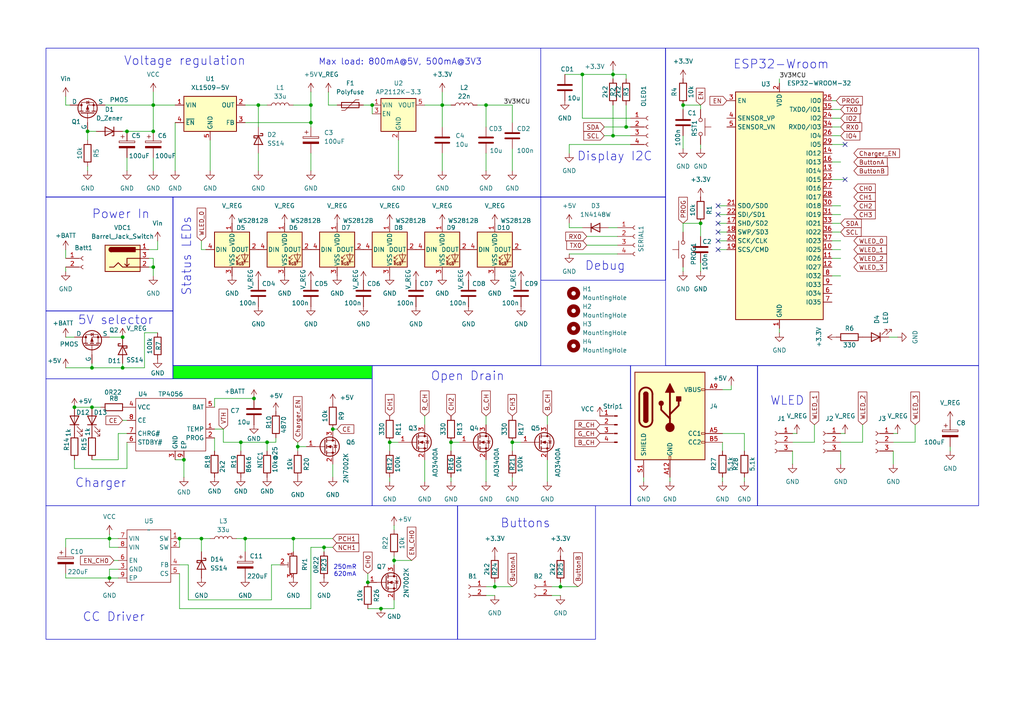
<source format=kicad_sch>
(kicad_sch (version 20231120) (generator "eeschema") (generator_version "8.0")
  (paper "A4")
  (junction (at 90.17 35.56))
  (junction (at 93.98 158.75))
  (junction (at 36.83 38.1))
  (junction (at 148.59 128.27))
  (junction (at 177.8 39.37))
  (junction (at 71.12 156.21))
  (junction (at 90.17 30.48))
  (junction (at 162.56 170.18))
  (junction (at 73.66 115.57))
  (junction (at 53.34 133.35))
  (junction (at 107.95 30.48))
  (junction (at 198.12 30.48))
  (junction (at 25.4 38.1))
  (junction (at 35.56 97.79))
  (junction (at 21.59 118.11))
  (junction (at 26.67 118.11))
  (junction (at 114.3 162.56))
  (junction (at 35.56 106.68))
  (junction (at 31.75 156.21))
  (junction (at 74.93 30.48))
  (junction (at 44.45 30.48))
  (junction (at 181.61 36.83))
  (junction (at 168.91 21.59))
  (junction (at 177.8 21.59))
  (junction (at 44.45 38.1))
  (junction (at 140.97 30.48))
  (junction (at 44.45 77.47))
  (junction (at 143.51 170.18))
  (junction (at 106.68 168.91))
  (junction (at 52.07 156.21))
  (junction (at 128.27 30.48))
  (junction (at 96.52 124.46))
  (junction (at 31.75 167.64))
  (junction (at 110.49 176.53))
  (junction (at 77.47 128.27))
  (junction (at 26.67 106.68))
  (junction (at 203.2 64.77))
  (junction (at 69.85 128.27))
  (junction (at 355.6 62.23))
  (junction (at 86.36 129.54))
  (junction (at 58.42 156.21))
  (junction (at 355.6 54.61))
  (junction (at 130.81 128.27))
  (junction (at 113.03 128.27))
  (junction (at 85.09 156.21))
  (no_connect (at 208.28 72.39))
  (no_connect (at 208.28 62.23))
  (no_connect (at 245.11 41.91))
  (no_connect (at 208.28 69.85))
  (no_connect (at 208.28 64.77))
  (no_connect (at 208.28 59.69))
  (no_connect (at 208.28 67.31))
  (no_connect (at 245.11 52.07))
  (wire (pts (xy 74.93 30.48) (xy 71.12 30.48)))
  (wire (pts (xy 162.56 172.72) (xy 160.02 172.72)))
  (wire (pts (xy 90.17 35.56) (xy 90.17 36.83)))
  (wire (pts (xy 41.91 96.52) (xy 41.91 106.68)))
  (wire (pts (xy 355.6 54.61) (xy 350.52 54.61)))
  (wire (pts (xy 62.23 124.46) (xy 64.77 124.46)))
  (wire (pts (xy 115.57 40.64) (xy 115.57 49.53)))
  (wire (pts (xy 140.97 30.48) (xy 138.43 30.48)))
  (wire (pts (xy 44.45 30.48) (xy 50.8 30.48)))
  (wire (pts (xy 170.18 68.58) (xy 179.07 68.58)))
  (wire (pts (xy 31.75 156.21) (xy 34.29 156.21)))
  (wire (pts (xy 71.12 35.56) (xy 90.17 35.56)))
  (wire (pts (xy 229.87 125.73) (xy 231.14 125.73)))
  (wire (pts (xy 175.26 39.37) (xy 177.8 39.37)))
  (wire (pts (xy 163.83 21.59) (xy 168.91 21.59)))
  (wire (pts (xy 77.47 128.27) (xy 69.85 128.27)))
  (wire (pts (xy 177.8 22.86) (xy 177.8 21.59)))
  (wire (pts (xy 114.3 153.67) (xy 114.3 152.4)))
  (wire (pts (xy 355.6 62.23) (xy 355.6 63.5)))
  (wire (pts (xy 52.07 156.21) (xy 52.07 158.75)))
  (wire (pts (xy 176.53 66.04) (xy 179.07 66.04)))
  (wire (pts (xy 181.61 30.48) (xy 181.61 36.83)))
  (wire (pts (xy 25.4 40.64) (xy 25.4 38.1)))
  (wire (pts (xy 241.3 74.93) (xy 243.84 74.93)))
  (wire (pts (xy 148.59 43.18) (xy 148.59 49.53)))
  (wire (pts (xy 209.55 125.73) (xy 215.9 125.73)))
  (wire (pts (xy 212.09 113.03) (xy 209.55 113.03)))
  (wire (pts (xy 241.3 39.37) (xy 243.84 39.37)))
  (wire (pts (xy 78.74 173.99) (xy 54.61 173.99)))
  (wire (pts (xy 259.08 125.73) (xy 260.35 125.73)))
  (wire (pts (xy 50.8 133.35) (xy 53.34 133.35)))
  (wire (pts (xy 209.55 128.27) (xy 209.55 130.81)))
  (wire (pts (xy 19.05 27.94) (xy 19.05 30.48)))
  (wire (pts (xy 241.3 64.77) (xy 243.84 64.77)))
  (wire (pts (xy 64.77 124.46) (xy 64.77 128.27)))
  (wire (pts (xy 45.72 69.85) (xy 45.72 72.39)))
  (wire (pts (xy 113.03 138.43) (xy 113.03 139.7)))
  (wire (pts (xy 26.67 118.11) (xy 29.21 118.11)))
  (wire (pts (xy 181.61 36.83) (xy 182.88 36.83)))
  (wire (pts (xy 140.97 44.45) (xy 140.97 49.53)))
  (wire (pts (xy 69.85 128.27) (xy 69.85 130.81)))
  (wire (pts (xy 21.59 118.11) (xy 26.67 118.11)))
  (wire (pts (xy 114.3 173.99) (xy 114.3 176.53)))
  (wire (pts (xy 162.56 168.91) (xy 162.56 170.18)))
  (wire (pts (xy 26.67 106.68) (xy 35.56 106.68)))
  (wire (pts (xy 26.67 106.68) (xy 26.67 105.41)))
  (wire (pts (xy 242.57 29.21) (xy 241.3 29.21)))
  (wire (pts (xy 177.8 39.37) (xy 182.88 39.37)))
  (wire (pts (xy 241.3 46.99) (xy 243.84 46.99)))
  (wire (pts (xy 208.28 69.85) (xy 210.82 69.85)))
  (wire (pts (xy 160.02 170.18) (xy 162.56 170.18)))
  (wire (pts (xy 241.3 67.31) (xy 243.84 67.31)))
  (wire (pts (xy 194.31 139.7) (xy 194.31 138.43)))
  (wire (pts (xy 243.84 130.81) (xy 243.84 134.62)))
  (wire (pts (xy 88.9 129.54) (xy 86.36 129.54)))
  (wire (pts (xy 58.42 156.21) (xy 58.42 160.02)))
  (wire (pts (xy 110.49 176.53) (xy 114.3 176.53)))
  (wire (pts (xy 19.05 167.64) (xy 31.75 167.64)))
  (wire (pts (xy 71.12 160.02) (xy 71.12 156.21)))
  (wire (pts (xy 275.59 130.81) (xy 275.59 129.54)))
  (wire (pts (xy 198.12 77.47) (xy 198.12 78.74)))
  (wire (pts (xy 130.81 128.27) (xy 130.81 130.81)))
  (wire (pts (xy 165.1 41.91) (xy 182.88 41.91)))
  (wire (pts (xy 198.12 39.37) (xy 198.12 43.18)))
  (wire (pts (xy 44.45 26.67) (xy 44.45 30.48)))
  (wire (pts (xy 78.74 163.83) (xy 78.74 173.99)))
  (wire (pts (xy 203.2 76.2) (xy 203.2 78.74)))
  (wire (pts (xy 58.42 156.21) (xy 60.96 156.21)))
  (wire (pts (xy 31.75 165.1) (xy 31.75 167.64)))
  (wire (pts (xy 170.18 71.12) (xy 179.07 71.12)))
  (wire (pts (xy 60.96 40.64) (xy 60.96 49.53)))
  (wire (pts (xy 128.27 26.67) (xy 128.27 30.48)))
  (wire (pts (xy 85.09 156.21) (xy 85.09 160.02)))
  (wire (pts (xy 241.3 59.69) (xy 243.84 59.69)))
  (wire (pts (xy 259.08 130.81) (xy 259.08 134.62)))
  (wire (pts (xy 259.08 128.27) (xy 265.43 128.27)))
  (wire (pts (xy 215.9 125.73) (xy 215.9 130.81)))
  (wire (pts (xy 168.91 34.29) (xy 182.88 34.29)))
  (wire (pts (xy 148.59 138.43) (xy 148.59 139.7)))
  (wire (pts (xy 31.75 156.21) (xy 31.75 158.75)))
  (wire (pts (xy 158.75 133.35) (xy 158.75 139.7)))
  (wire (pts (xy 90.17 176.53) (xy 90.17 158.75)))
  (wire (pts (xy 208.28 72.39) (xy 210.82 72.39)))
  (wire (pts (xy 80.01 128.27) (xy 77.47 128.27)))
  (wire (pts (xy 96.52 134.62) (xy 96.52 138.43)))
  (wire (pts (xy 19.05 158.75) (xy 19.05 156.21)))
  (wire (pts (xy 50.8 49.53) (xy 50.8 35.56)))
  (wire (pts (xy 140.97 133.35) (xy 140.97 139.7)))
  (wire (pts (xy 36.83 45.72) (xy 36.83 49.53)))
  (wire (pts (xy 64.77 128.27) (xy 69.85 128.27)))
  (wire (pts (xy 36.83 135.89) (xy 36.83 128.27)))
  (wire (pts (xy 165.1 73.66) (xy 179.07 73.66)))
  (wire (pts (xy 74.93 36.83) (xy 74.93 30.48)))
  (wire (pts (xy 203.2 64.77) (xy 203.2 68.58)))
  (wire (pts (xy 226.06 95.25) (xy 226.06 96.52)))
  (wire (pts (xy 19.05 78.74) (xy 19.05 77.47)))
  (wire (pts (xy 241.3 52.07) (xy 245.11 52.07)))
  (wire (pts (xy 95.25 30.48) (xy 97.79 30.48)))
  (wire (pts (xy 21.59 133.35) (xy 21.59 135.89)))
  (wire (pts (xy 52.07 176.53) (xy 90.17 176.53)))
  (wire (pts (xy 355.6 62.23) (xy 361.95 62.23)))
  (wire (pts (xy 114.3 161.29) (xy 114.3 162.56)))
  (wire (pts (xy 162.56 170.18) (xy 167.64 170.18)))
  (wire (pts (xy 208.28 64.77) (xy 210.82 64.77)))
  (wire (pts (xy 35.56 106.68) (xy 41.91 106.68)))
  (wire (pts (xy 105.41 30.48) (xy 107.95 30.48)))
  (wire (pts (xy 107.95 30.48) (xy 107.95 33.02)))
  (wire (pts (xy 208.28 62.23) (xy 210.82 62.23)))
  (wire (pts (xy 350.52 62.23) (xy 355.6 62.23)))
  (wire (pts (xy 44.45 30.48) (xy 44.45 38.1)))
  (wire (pts (xy 243.84 128.27) (xy 250.19 128.27)))
  (wire (pts (xy 25.4 38.1) (xy 27.94 38.1)))
  (wire (pts (xy 34.29 165.1) (xy 31.75 165.1)))
  (wire (pts (xy 113.03 128.27) (xy 113.03 130.81)))
  (wire (pts (xy 257.81 97.79) (xy 260.35 97.79)))
  (wire (pts (xy 143.51 170.18) (xy 148.59 170.18)))
  (wire (pts (xy 165.1 66.04) (xy 168.91 66.04)))
  (wire (pts (xy 93.98 158.75) (xy 96.52 158.75)))
  (wire (pts (xy 148.59 128.27) (xy 148.59 130.81)))
  (wire (pts (xy 35.56 121.92) (xy 36.83 121.92)))
  (wire (pts (xy 165.1 64.77) (xy 165.1 66.04)))
  (wire (pts (xy 93.98 160.02) (xy 93.98 158.75)))
  (wire (pts (xy 208.28 67.31) (xy 210.82 67.31)))
  (wire (pts (xy 45.72 72.39) (xy 43.18 72.39)))
  (wire (pts (xy 77.47 130.81) (xy 77.47 128.27)))
  (wire (pts (xy 62.23 115.57) (xy 73.66 115.57)))
  (wire (pts (xy 119.38 162.56) (xy 114.3 162.56)))
  (wire (pts (xy 86.36 128.27) (xy 86.36 129.54)))
  (wire (pts (xy 90.17 30.48) (xy 90.17 35.56)))
  (wire (pts (xy 30.48 30.48) (xy 44.45 30.48)))
  (wire (pts (xy 198.12 31.75) (xy 198.12 30.48)))
  (wire (pts (xy 143.51 168.91) (xy 143.51 170.18)))
  (wire (pts (xy 241.3 69.85) (xy 243.84 69.85)))
  (wire (pts (xy 140.97 30.48) (xy 148.59 30.48)))
  (wire (pts (xy 85.09 30.48) (xy 90.17 30.48)))
  (wire (pts (xy 43.18 74.93) (xy 44.45 74.93)))
  (wire (pts (xy 140.97 30.48) (xy 140.97 36.83)))
  (wire (pts (xy 54.61 163.83) (xy 54.61 173.99)))
  (wire (pts (xy 86.36 129.54) (xy 86.36 130.81)))
  (wire (pts (xy 114.3 162.56) (xy 114.3 163.83)))
  (wire (pts (xy 165.1 44.45) (xy 165.1 41.91)))
  (wire (pts (xy 106.68 166.37) (xy 106.68 168.91)))
  (wire (pts (xy 123.19 30.48) (xy 128.27 30.48)))
  (wire (pts (xy 243.84 125.73) (xy 245.11 125.73)))
  (wire (pts (xy 62.23 127) (xy 62.23 130.81)))
  (wire (pts (xy 36.83 38.1) (xy 44.45 38.1)))
  (wire (pts (xy 177.8 20.32) (xy 177.8 21.59)))
  (wire (pts (xy 19.05 30.48) (xy 20.32 30.48)))
  (wire (pts (xy 241.3 31.75) (xy 243.84 31.75)))
  (wire (pts (xy 148.59 35.56) (xy 148.59 30.48)))
  (wire (pts (xy 229.87 130.81) (xy 229.87 134.62)))
  (wire (pts (xy 148.59 128.27) (xy 151.13 128.27)))
  (wire (pts (xy 85.09 156.21) (xy 96.52 156.21)))
  (wire (pts (xy 21.59 135.89) (xy 36.83 135.89)))
  (wire (pts (xy 31.75 167.64) (xy 34.29 167.64)))
  (wire (pts (xy 90.17 26.67) (xy 90.17 30.48)))
  (wire (pts (xy 181.61 22.86) (xy 181.61 21.59)))
  (wire (pts (xy 25.4 49.53) (xy 25.4 48.26)))
  (wire (pts (xy 175.26 36.83) (xy 181.61 36.83)))
  (wire (pts (xy 168.91 21.59) (xy 177.8 21.59)))
  (wire (pts (xy 168.91 21.59) (xy 168.91 34.29)))
  (wire (pts (xy 19.05 106.68) (xy 26.67 106.68)))
  (wire (pts (xy 209.55 139.7) (xy 209.55 138.43)))
  (wire (pts (xy 35.56 105.41) (xy 35.56 106.68)))
  (wire (pts (xy 226.06 22.86) (xy 226.06 24.13)))
  (wire (pts (xy 26.67 133.35) (xy 34.29 133.35)))
  (wire (pts (xy 62.23 115.57) (xy 62.23 118.11)))
  (wire (pts (xy 53.34 133.35) (xy 53.34 138.43)))
  (wire (pts (xy 71.12 156.21) (xy 68.58 156.21)))
  (wire (pts (xy 123.19 120.65) (xy 123.19 123.19)))
  (wire (pts (xy 34.29 133.35) (xy 34.29 125.73)))
  (wire (pts (xy 215.9 139.7) (xy 215.9 138.43)))
  (wire (pts (xy 43.18 77.47) (xy 44.45 77.47)))
  (wire (pts (xy 19.05 97.79) (xy 21.59 97.79)))
  (wire (pts (xy 128.27 36.83) (xy 128.27 30.48)))
  (wire (pts (xy 52.07 166.37) (xy 52.07 176.53)))
  (wire (pts (xy 241.3 80.01) (xy 243.84 80.01)))
  (wire (pts (xy 19.05 72.39) (xy 19.05 74.93)))
  (wire (pts (xy 19.05 166.37) (xy 19.05 167.64)))
  (wire (pts (xy 74.93 30.48) (xy 77.47 30.48)))
  (wire (pts (xy 186.69 139.7) (xy 186.69 138.43)))
  (wire (pts (xy 80.01 127) (xy 80.01 128.27)))
  (wire (pts (xy 95.25 26.67) (xy 95.25 30.48)))
  (polyline (pts (xy 156.845 13.97) (xy 156.845 57.15)))
  (wire (pts (xy 52.07 156.21) (xy 58.42 156.21)))
  (wire (pts (xy 36.83 38.1) (xy 35.56 38.1)))
  (wire (pts (xy 265.43 123.19) (xy 265.43 128.27)))
  (wire (pts (xy 241.3 34.29) (xy 243.84 34.29)))
  (wire (pts (xy 44.45 77.47) (xy 44.45 80.01)))
  (wire (pts (xy 177.8 30.48) (xy 177.8 39.37)))
  (wire (pts (xy 128.27 30.48) (xy 130.81 30.48)))
  (wire (pts (xy 229.87 128.27) (xy 236.22 128.27)))
  (wire (pts (xy 355.6 53.34) (xy 355.6 54.61)))
  (wire (pts (xy 130.81 128.27) (xy 133.35 128.27)))
  (wire (pts (xy 203.2 30.48) (xy 203.2 31.75)))
  (wire (pts (xy 90.17 158.75) (xy 93.98 158.75)))
  (wire (pts (xy 241.3 36.83) (xy 243.84 36.83)))
  (wire (pts (xy 198.12 64.77) (xy 198.12 67.31)))
  (wire (pts (xy 181.61 21.59) (xy 177.8 21.59)))
  (wire (pts (xy 44.45 45.72) (xy 44.45 49.53)))
  (wire (pts (xy 31.75 154.94) (xy 31.75 156.21)))
  (wire (pts (xy 123.19 133.35) (xy 123.19 139.7)))
  (wire (pts (xy 143.51 172.72) (xy 140.97 172.72)))
  (wire (pts (xy 245.11 41.91) (xy 241.3 41.91)))
  (wire (pts (xy 198.12 64.77) (xy 203.2 64.77)))
  (wire (pts (xy 208.28 59.69) (xy 210.82 59.69)))
  (wire (pts (xy 113.03 128.27) (xy 115.57 128.27)))
  (wire (pts (xy 52.07 163.83) (xy 54.61 163.83)))
  (wire (pts (xy 355.6 54.61) (xy 361.95 54.61)))
  (wire (pts (xy 44.45 74.93) (xy 44.45 77.47)))
  (wire (pts (xy 140.97 170.18) (xy 143.51 170.18)))
  (wire (pts (xy 236.22 123.19) (xy 236.22 128.27)))
  (wire (pts (xy 33.02 162.56) (xy 34.29 162.56)))
  (wire (pts (xy 198.12 30.48) (xy 203.2 30.48)))
  (wire (pts (xy 58.42 69.85) (xy 58.42 72.39)))
  (wire (pts (xy 110.49 176.53) (xy 106.68 176.53)))
  (wire (pts (xy 97.79 124.46) (xy 96.52 124.46)))
  (wire (pts (xy 34.29 158.75) (xy 31.75 158.75)))
  (wire (pts (xy 19.05 156.21) (xy 31.75 156.21)))
  (wire (pts (xy 45.72 96.52) (xy 41.91 96.52)))
  (wire (pts (xy 241.3 72.39) (xy 243.84 72.39)))
  (wire (pts (xy 90.17 44.45) (xy 90.17 49.53)))
  (wire (pts (xy 212.09 111.76) (xy 212.09 113.03)))
  (wire (pts (xy 140.97 120.65) (xy 140.97 123.19)))
  (wire (pts (xy 250.19 123.19) (xy 250.19 128.27)))
  (wire (pts (xy 34.29 125.73) (xy 36.83 125.73)))
  (wire (pts (xy 31.75 97.79) (xy 35.56 97.79)))
  (wire (pts (xy 81.28 163.83) (xy 78.74 163.83)))
  (wire (pts (xy 158.75 120.65) (xy 158.75 123.19)))
  (wire (pts (xy 128.27 49.53) (xy 128.27 44.45)))
  (wire (pts (xy 203.2 41.91) (xy 203.2 43.18)))
  (wire (pts (xy 58.42 72.39) (xy 59.69 72.39)))
  (wire (pts (xy 241.3 62.23) (xy 243.84 62.23)))
  (wire (pts (xy 74.93 44.45) (xy 74.93 49.53)))
  (wire (pts (xy 130.81 138.43) (xy 130.81 139.7)))
  (wire (pts (xy 71.12 156.21) (xy 85.09 156.21)))
  (rectangle (start 13.335 90.17) (end 50.165 109.855))
  (rectangle (start 13.335 13.97) (end 193.04 57.15))
  (rectangle (start 193.04 13.97) (end 283.845 106.045))
  (rectangle (start 219.71 106.045) (end 283.845 146.685))
  (rectangle (start 13.335 57.15) (end 50.165 90.17))
  (rectangle (start 156.845 57.15) (end 193.04 81.28))
  (rectangle (start 13.335 146.685) (end 132.715 185.42))
  (rectangle (start 50.165 106.045) (end 107.95 109.855) (fill (type color) (color 15 255 14 1)))
  (rectangle (start 13.335 109.855) (end 107.95 146.685))
  (rectangle (start 50.165 57.15) (end 156.845 106.045))
  (rectangle (start 182.88 106.045) (end 219.71 146.685))
  (rectangle (start 107.95 106.045) (end 182.88 146.685))
  (rectangle (start 132.715 146.685) (end 172.72 185.42))
  (text "Debug" (at 175.514 77.216 0) (effects (font (size 2.54 2.54))))
  (text "Buttons" (at 152.4 151.892 0) (effects (font (size 2.54 2.54))))
  (text "Aditional IOs" (at 354.838 44.704 0) (effects (font (size 2.54 2.54))))
  (text "250mR\n620mA" (at 100.076 165.608 0) (effects (font (size 1.27 1.27))))
  (text "Voltage regulation" (at 53.594 17.78 0) (effects (font (size 2.54 2.54))))
  (text "Open Drain" (at 135.636 109.22 0) (effects (font (size 2.54 2.54))))
  (text "ESP32-Wroom" (at 226.568 18.796 0) (effects (font (size 2.54 2.54))))
  (text "5V selector" (at 33.528 92.964 0) (effects (font (size 2.54 2.54))))
  (text "Display I2C" (at 178.308 45.466 0) (effects (font (size 2.54 2.54))))
  (text "Power In" (at 35.052 62.23 0) (effects (font (size 2.54 2.54))))
  (text "Max load: 800mA@5V, 500mA@3V3" (at 116.078 18.034 0) (effects (font (size 1.778 1.778))))
  (text "CC Driver" (at 33.02 179.07 0) (effects (font (size 2.54 2.54))))
  (text "Status LEDs" (at 54.102 74.422 90) (effects (font (size 2.54 2.54))))
  (text "Charger" (at 29.21 140.208 0) (effects (font (size 2.54 2.54))))
  (text "WLED" (at 228.346 116.332 0) (effects (font (size 2.54 2.54))))
  (label "3V3MCU" (at 146.05 30.48 0))
  (label "3V3MCU" (at 226.06 22.86 0))
  (global_label "EN" (shape input) (at 210.82 29.21 180) (property "Intersheetrefs" "${INTERSHEET_REFS}" (effects (hide yes))))
  (global_label "CH0" (shape input) (at 106.68 166.37 90) (property "Intersheetrefs" "${INTERSHEET_REFS}" (effects (hide yes))))
  (global_label "ButtonA" (shape input) (at 148.59 170.18 90) (property "Intersheetrefs" "${INTERSHEET_REFS}" (effects (hide yes))))
  (global_label "B_CH" (shape input) (at 173.99 128.27 180) (property "Intersheetrefs" "${INTERSHEET_REFS}" (effects (hide yes))))
  (global_label "WLED_1" (shape input) (at 247.65 72.39 0) (property "Intersheetrefs" "${INTERSHEET_REFS}" (effects (hide yes))))
  (global_label "ButtonB" (shape input) (at 167.64 170.18 90) (property "Intersheetrefs" "${INTERSHEET_REFS}" (effects (hide yes))))
  (global_label "WLED_0" (shape input) (at 247.65 69.85 0) (property "Intersheetrefs" "${INTERSHEET_REFS}" (effects (hide yes))))
  (global_label "CE" (shape input) (at 35.56 121.92 180) (property "Intersheetrefs" "${INTERSHEET_REFS}" (effects (hide yes))))
  (global_label "WLED_0" (shape input) (at 58.42 69.85 90) (property "Intersheetrefs" "${INTERSHEET_REFS}" (effects (hide yes))))
  (global_label "R_CH" (shape input) (at 123.19 120.65 90) (property "Intersheetrefs" "${INTERSHEET_REFS}" (effects (hide yes))))
  (global_label "CH1" (shape input) (at 247.65 57.15 0) (property "Intersheetrefs" "${INTERSHEET_REFS}" (effects (hide yes))))
  (global_label "TX0" (shape input) (at 170.18 71.12 180) (property "Intersheetrefs" "${INTERSHEET_REFS}" (effects (hide yes))))
  (global_label "SDA" (shape input) (at 175.26 36.83 180) (property "Intersheetrefs" "${INTERSHEET_REFS}" (effects (hide yes))))
  (global_label "ButtonA" (shape input) (at 247.65 46.99 0) (property "Intersheetrefs" "${INTERSHEET_REFS}" (effects (hide yes))))
  (global_label "G_CH" (shape input) (at 140.97 120.65 90) (property "Intersheetrefs" "${INTERSHEET_REFS}" (effects (hide yes))))
  (global_label "CH0" (shape input) (at 247.65 54.61 0) (property "Intersheetrefs" "${INTERSHEET_REFS}" (effects (hide yes))))
  (global_label "SCL" (shape input) (at 175.26 39.37 180) (property "Intersheetrefs" "${INTERSHEET_REFS}" (effects (hide yes))))
  (global_label "NCH1" (shape input) (at 96.52 158.75 0) (property "Intersheetrefs" "${INTERSHEET_REFS}" (effects (hide yes))))
  (global_label "PCH1" (shape input) (at 96.52 156.21 0) (property "Intersheetrefs" "${INTERSHEET_REFS}" (effects (hide yes))))
  (global_label "ButtonB" (shape input) (at 247.65 49.53 0) (property "Intersheetrefs" "${INTERSHEET_REFS}" (effects (hide yes))))
  (global_label "VTH" (shape input) (at 64.77 124.46 90) (property "Intersheetrefs" "${INTERSHEET_REFS}" (effects (hide yes))))
  (global_label "EN_CH0" (shape input) (at 33.02 162.56 180) (property "Intersheetrefs" "${INTERSHEET_REFS}" (effects (hide yes))))
  (global_label "TX0" (shape input) (at 243.84 31.75 0) (property "Intersheetrefs" "${INTERSHEET_REFS}" (effects (hide yes))))
  (global_label "EN_CH0" (shape input) (at 119.38 162.56 90) (property "Intersheetrefs" "${INTERSHEET_REFS}" (effects (hide yes))))
  (global_label "WLED_3" (shape input) (at 247.65 77.47 0) (property "Intersheetrefs" "${INTERSHEET_REFS}" (effects (hide yes))))
  (global_label "SCL" (shape input) (at 243.84 67.31 0) (property "Intersheetrefs" "${INTERSHEET_REFS}" (effects (hide yes))))
  (global_label "RX0" (shape input) (at 243.84 36.83 0) (property "Intersheetrefs" "${INTERSHEET_REFS}" (effects (hide yes))))
  (global_label "B_CH" (shape input) (at 158.75 120.65 90) (property "Intersheetrefs" "${INTERSHEET_REFS}" (effects (hide yes))))
  (global_label "IO2" (shape input) (at 243.84 34.29 0) (property "Intersheetrefs" "${INTERSHEET_REFS}" (effects (hide yes))))
  (global_label "SDA" (shape input) (at 243.84 64.77 0) (property "Intersheetrefs" "${INTERSHEET_REFS}" (effects (hide yes))))
  (global_label "Charger_EN" (shape input) (at 247.65 44.45 0) (property "Intersheetrefs" "${INTERSHEET_REFS}" (effects (hide yes))))
  (global_label "WLED_1" (shape input) (at 236.22 123.19 90) (property "Intersheetrefs" "${INTERSHEET_REFS}" (effects (hide yes))))
  (global_label "CH1" (shape input) (at 113.03 120.65 90) (property "Intersheetrefs" "${INTERSHEET_REFS}" (effects (hide yes))))
  (global_label "EN" (shape input) (at 203.2 30.48 90) (property "Intersheetrefs" "${INTERSHEET_REFS}" (effects (hide yes))))
  (global_label "CH2" (shape input) (at 247.65 59.69 0) (property "Intersheetrefs" "${INTERSHEET_REFS}" (effects (hide yes))))
  (global_label "IO4" (shape input) (at 243.84 39.37 0) (property "Intersheetrefs" "${INTERSHEET_REFS}" (effects (hide yes))))
  (global_label "R_CH" (shape input) (at 173.99 123.19 180) (property "Intersheetrefs" "${INTERSHEET_REFS}" (effects (hide yes))))
  (global_label "WLED_3" (shape input) (at 265.43 123.19 90) (property "Intersheetrefs" "${INTERSHEET_REFS}" (effects (hide yes))))
  (global_label "CH2" (shape input) (at 130.81 120.65 90) (property "Intersheetrefs" "${INTERSHEET_REFS}" (effects (hide yes))))
  (global_label "CH3" (shape input) (at 247.65 62.23 0) (property "Intersheetrefs" "${INTERSHEET_REFS}" (effects (hide yes))))
  (global_label "IO2" (shape input) (at 350.52 57.15 0) (property "Intersheetrefs" "${INTERSHEET_REFS}" (effects (hide yes))))
  (global_label "RX0" (shape input) (at 170.18 68.58 180) (property "Intersheetrefs" "${INTERSHEET_REFS}" (effects (hide yes))))
  (global_label "PROG" (shape input) (at 198.12 64.77 90) (property "Intersheetrefs" "${INTERSHEET_REFS}" (effects (hide yes))))
  (global_label "CH3" (shape input) (at 148.59 120.65 90) (property "Intersheetrefs" "${INTERSHEET_REFS}" (effects (hide yes))))
  (global_label "WLED_2" (shape input) (at 250.19 123.19 90) (property "Intersheetrefs" "${INTERSHEET_REFS}" (effects (hide yes))))
  (global_label "G_CH" (shape input) (at 173.99 125.73 180) (property "Intersheetrefs" "${INTERSHEET_REFS}" (effects (hide yes))))
  (global_label "PROG" (shape input) (at 242.57 29.21 0) (property "Intersheetrefs" "${INTERSHEET_REFS}" (effects (hide yes))))
  (global_label "CE" (shape input) (at 97.79 124.46 0) (property "Intersheetrefs" "${INTERSHEET_REFS}" (effects (hide yes))))
  (global_label "Charger_EN" (shape input) (at 86.36 128.27 90) (property "Intersheetrefs" "${INTERSHEET_REFS}" (effects (hide yes))))
  (global_label "WLED_2" (shape input) (at 247.65 74.93 0) (property "Intersheetrefs" "${INTERSHEET_REFS}" (effects (hide yes))))
  (global_label "IO4" (shape input) (at 350.52 59.69 0) (property "Intersheetrefs" "${INTERSHEET_REFS}" (effects (hide yes))))
  (symbol (lib_id "power:+3.3V") (at 242.57 97.79 90) (unit 1)
    (property "Reference" "#PWR26" (effects (hide yes)))
    (property "Value" "+3.3V" (at 237.49 97.79 0))
    (property "Description" "Power symbol creates a global label with name \"+3.3V\"" (effects (hide yes)))
  )
  (symbol (lib_id "Device:C") (at 105.41 85.09 0) (unit 1)
    (property "Reference" "CD6" (at 106.426 82.296 0) (effects (justify left)))
    (property "Value" "100n" (at 99.822 87.884 0) (effects (justify left)))
    (property "Footprint" "Capacitor_SMD:C_0805_2012Metric" (effects (hide yes)))
    (property "Description" "Unpolarized capacitor" (effects (hide yes)))
    (property "LCSC" "C2909631" (effects (hide yes)))
  )
  (symbol (lib_id "power:GND") (at 165.1 44.45 0) (unit 1)
    (property "Reference" "#PWR14" (effects (hide yes)))
    (property "Value" "GND" (at 165.1 49.53 0))
    (property "Description" "Power symbol creates a global label with name \"GND\" , ground" (effects (hide yes)))
  )
  (symbol (lib_id "Diode:1N4148W") (at 172.72 66.04 0) (unit 1)
    (property "Reference" "D3" (at 172.72 59.69 0))
    (property "Value" "1N4148W" (at 172.72 62.23 0))
    (property "Footprint" "Diode_SMD:D_SOD-123" (effects (hide yes)))
    (property "Datasheet" "https://www.vishay.com/docs/85748/1n4148w.pdf" (effects (hide yes)))
    (property "Description" "75V 0.15A Fast Switching Diode, SOD-123" (effects (hide yes)))
    (property "Sim.Device" "D" (effects (hide yes)))
    (property "Sim.Pins" "1=K 2=A" (effects (hide yes)))
    (property "LCSC" "C82544" (effects (hide yes)))
  )
  (symbol (lib_id "Device:R") (at 130.81 124.46 0) (unit 1)
    (property "Reference" "R13" (at 133.35 124.46 90))
    (property "Value" "330" (at 128.524 124.46 90))
    (property "Footprint" "Resistor_SMD:R_0805_2012Metric" (effects (hide yes)))
    (property "Description" "Resistor" (effects (hide yes)))
    (property "LCSC" "C17630" (effects (hide yes)))
  )
  (symbol (lib_id "power:+BATT") (at 260.35 125.73 0) (mirror y) (unit 1)
    (property "Reference" "#PWR75" (effects (hide yes)))
    (property "Value" "V_REG" (at 260.35 120.65 0))
    (property "Description" "Power symbol creates a global label with name \"+BATT\"" (effects (hide yes)))
  )
  (symbol (lib_id "Device:LED") (at 254 97.79 180) (unit 1)
    (property "Reference" "D4" (at 254.3174 93.98 90) (effects (justify right)))
    (property "Value" "LED" (at 256.8574 93.98 90) (effects (justify right)))
    (property "Footprint" "LED_SMD:LED_0805_2012Metric_Pad1.15x1.40mm_HandSolder" (effects (hide yes)))
    (property "Description" "Light emitting diode" (effects (hide yes)))
    (property "LCSC" "C84256" (effects (hide yes)))
  )
  (symbol (lib_id "power:GND") (at 143.51 80.01 0) (unit 1)
    (property "Reference" "#PWR45" (effects (hide yes)))
    (property "Value" "GND" (at 143.51 85.09 0))
    (property "Description" "Power symbol creates a global label with name \"GND\" , ground" (effects (hide yes)))
  )
  (symbol (lib_id "Device:C") (at 140.97 40.64 0) (unit 1)
    (property "Reference" "CD3" (at 141.732 37.338 0) (effects (justify left)))
    (property "Value" "10u" (at 141.986 43.688 0) (effects (justify left)))
    (property "Footprint" "Capacitor_SMD:C_0805_2012Metric" (effects (hide yes)))
    (property "Description" "Unpolarized capacitor" (effects (hide yes)))
    (property "LCSC" "C77075" (effects (hide yes)))
  )
  (symbol (lib_id "Device:D_Zener") (at 31.75 38.1 180) (unit 1)
    (property "Reference" "D1" (at 31.75 31.75 0))
    (property "Value" "D_Zener" (at 31.75 34.29 0))
    (property "Footprint" "Diode_SMD:D_MiniMELF" (effects (hide yes)))
    (property "Description" "Zener diode" (effects (hide yes)))
    (property "LCSC" "C181075" (effects (hide yes)))
  )
  (symbol (lib_id "Connector:Conn_01x02_Socket") (at 154.94 170.18 0) (mirror y) (unit 1)
    (property "Reference" "B2" (at 157.48 167.132 0) (effects (justify left)))
    (property "Value" "Conn_01x02_Socket" (effects (hide yes)))
    (property "Footprint" "Connector_Molex:Molex_KK-254_AE-6410-02A_1x02_P2.54mm_Vertical" (effects (hide yes)))
    (property "Description" "Generic connector, single row, 01x02, script generated" (effects (hide yes)))
    (property "LCSC" "C49023803" (effects (hide yes)))
  )
  (symbol (lib_id "Device:R") (at 80.01 123.19 180) (unit 1)
    (property "Reference" "R10" (at 77.978 124.46 90) (effects (justify right)))
    (property "Value" "4870" (at 82.296 125.73 90) (effects (justify right)))
    (property "Footprint" "Resistor_SMD:R_0402_1005Metric" (effects (hide yes)))
    (property "Description" "Resistor" (effects (hide yes)))
    (property "LCSC" "C25902" (effects (hide yes)))
  )
  (symbol (lib_id "Device:C") (at 128.27 40.64 0) (unit 1)
    (property "Reference" "C4" (at 132.08 39.3699 0) (effects (justify left)))
    (property "Value" "10u" (at 132.08 41.9099 0) (effects (justify left)))
    (property "Footprint" "Capacitor_SMD:C_0805_2012Metric" (effects (hide yes)))
    (property "Description" "Unpolarized capacitor" (effects (hide yes)))
    (property "LCSC" "C77075" (effects (hide yes)))
  )
  (symbol (lib_id "Device:L") (at 134.62 30.48 90) (unit 1)
    (property "Reference" "L2" (at 134.62 25.4 90))
    (property "Value" "22n" (at 134.62 27.94 90))
    (property "Footprint" "Inductor_SMD:L_0805_2012Metric" (effects (hide yes)))
    (property "Description" "Inductor" (effects (hide yes)))
    (property "LCSC" "1" (effects (hide yes)))
  )
  (symbol (lib_id "Device:R") (at 26.67 129.54 180) (unit 1)
    (property "Reference" "R15" (at 24.384 130.81 90) (effects (justify right)))
    (property "Value" "1k" (at 25.4 126.492 90) (effects (justify right)))
    (property "Footprint" "Resistor_SMD:R_0402_1005Metric" (effects (hide yes)))
    (property "Description" "Resistor" (effects (hide yes)))
    (property "LCSC" "C11702" (effects (hide yes)))
  )
  (symbol (lib_id "Device:L") (at 81.28 30.48 90) (unit 1)
    (property "Reference" "L1" (at 81.28 25.4 90))
    (property "Value" "33u" (at 81.28 27.94 90))
    (property "Footprint" "Inductor_SMD:L_Sunlord_SWPA4010S" (effects (hide yes)))
    (property "Description" "Inductor" (effects (hide yes)))
    (property "LCSC" "C167885" (effects (hide yes)))
  )
  (symbol (lib_id "Connector:USB_C_Receptacle_PowerOnly_6P") (at 194.31 120.65 0) (unit 1)
    (property "Reference" "J4" (at 207.01 117.856 0))
    (property "Value" "USB_C_Receptacle_PowerOnly_6P" (effects (hide yes)))
    (property "Footprint" "Connector_USB:USB_C_Receptacle_GCT_USB4125-xx-x-0190_6P_TopMnt_Horizontal" (effects (hide yes)))
    (property "Datasheet" "https://www.usb.org/sites/default/files/documents/usb_type-c.zip" (effects (hide yes)))
    (property "Description" "USB Power-Only 6P Type-C Receptacle connector" (effects (hide yes)))
  )
  (symbol (lib_id "Device:C_Polarized") (at 44.45 41.91 0) (unit 1)
    (property "Reference" "C6" (at 45.72 39.37 0) (effects (justify left)))
    (property "Value" "100uF" (at 44.958 45.212 0) (effects (justify left)))
    (property "Footprint" "Capacitor_SMD:C_Elec_6.3x7.7" (effects (hide yes)))
    (property "Description" "Polarized capacitor" (effects (hide yes)))
    (property "LCSC" "C99837" (effects (hide yes)))
  )
  (symbol (lib_id "Device:R") (at 130.81 134.62 0) (unit 1)
    (property "Reference" "R16" (at 130.81 134.62 90))
    (property "Value" "100k" (at 133.096 134.62 90))
    (property "Footprint" "Resistor_SMD:R_0805_2012Metric" (effects (hide yes)))
    (property "Description" "Resistor" (effects (hide yes)))
    (property "LCSC" "C149504" (effects (hide yes)))
  )
  (symbol (lib_id "Device:C") (at 90.17 85.09 0) (unit 1)
    (property "Reference" "CD5" (at 91.186 82.296 0) (effects (justify left)))
    (property "Value" "100n" (at 84.582 87.884 0) (effects (justify left)))
    (property "Footprint" "Capacitor_SMD:C_0805_2012Metric" (effects (hide yes)))
    (property "Description" "Unpolarized capacitor" (effects (hide yes)))
    (property "LCSC" "C2909631" (effects (hide yes)))
  )
  (symbol (lib_id "power:GND") (at 163.83 29.21 0) (unit 1)
    (property "Reference" "#PWR9" (effects (hide yes)))
    (property "Value" "GND" (at 163.83 34.29 0))
    (property "Description" "Power symbol creates a global label with name \"GND\" , ground" (effects (hide yes)))
  )
  (symbol (lib_id "power:+BATT") (at 113.03 64.77 0) (mirror y) (unit 1)
    (property "Reference" "#PWR32" (effects (hide yes)))
    (property "Value" "V_REG" (at 113.03 59.69 0))
    (property "Description" "Power symbol creates a global label with name \"+BATT\"" (effects (hide yes)))
  )
  (symbol (lib_id "LED:WS2812B") (at 143.51 72.39 0) (unit 1)
    (property "Reference" "D10" (at 146.05 66.04 0))
    (property "Value" "WS2812B" (at 149.606 64.008 0))
    (property "Footprint" "LED_SMD:LED_WS2812B_PLCC4_5.0x5.0mm_P3.2mm" (effects (hide yes)))
    (property "Datasheet" "https://cdn-shop.adafruit.com/datasheets/WS2812B.pdf" (effects (hide yes)))
    (property "Description" "RGB LED with integrated controller" (effects (hide yes)))
    (property "LCSC" "1" (effects (hide yes)))
  )
  (symbol (lib_id "Device:Polyfuse") (at 101.6 30.48 90) (unit 1)
    (property "Reference" "F1" (at 101.6 24.13 90))
    (property "Value" "Polyfuse" (at 101.6 26.67 90))
    (property "Footprint" "Fuse:Fuse_1206_3216Metric_Pad1.42x1.75mm_HandSolder" (effects (hide yes)))
    (property "Description" "Resettable fuse, polymeric positive temperature coefficient" (effects (hide yes)))
    (property "LCSC" "C22446878" (effects (hide yes)))
  )
  (symbol (lib_id "power:+5V") (at 165.1 64.77 0) (unit 1)
    (property "Reference" "#PWR27" (effects (hide yes)))
    (property "Value" "+5V" (at 165.1 59.69 0))
    (property "Description" "Power symbol creates a global label with name \"+5V\"" (effects (hide yes)))
  )
  (symbol (lib_id "Device:C_Polarized") (at 71.12 163.83 0) (unit 1)
    (property "Reference" "C11" (at 72.39 161.29 0) (effects (justify left)))
    (property "Value" "220uF" (at 71.628 167.132 0) (effects (justify left)))
    (property "Footprint" "Capacitor_SMD:C_Elec_6.3x7.7" (effects (hide yes)))
    (property "Description" "Polarized capacitor" (effects (hide yes)))
    (property "LCSC" "C7471881" (effects (hide yes)))
  )
  (symbol (lib_id "Device:C") (at 74.93 85.09 0) (unit 1)
    (property "Reference" "CD4" (at 75.946 82.296 0) (effects (justify left)))
    (property "Value" "100n" (at 69.342 87.884 0) (effects (justify left)))
    (property "Footprint" "Capacitor_SMD:C_0805_2012Metric" (effects (hide yes)))
    (property "Description" "Unpolarized capacitor" (effects (hide yes)))
    (property "LCSC" "C2909631" (effects (hide yes)))
  )
  (symbol (lib_id "power:GND") (at 275.59 130.81 0) (unit 1)
    (property "Reference" "#PWR76" (effects (hide yes)))
    (property "Value" "GND" (at 275.59 135.89 0))
    (property "Description" "Power symbol creates a global label with name \"GND\" , ground" (effects (hide yes)))
  )
  (symbol (lib_id "Connector:Conn_01x04_Socket") (at 345.44 57.15 0) (mirror y) (unit 1)
    (property "Reference" "SERIAL2" (at 350.774 50.038 0) (effects (justify left)))
    (property "Value" "Conn_01x04_Socket" (effects (hide yes)))
    (property "Footprint" "Connector_Hirose:Hirose_DF13C_CL535-0404-8-51_1x04-1MP_P1.25mm_Vertical" (effects (hide yes)))
    (property "Description" "Generic connector, single row, 01x04, script generated" (effects (hide yes)))
  )
  (symbol (lib_id "Connector:Conn_01x04_Socket") (at 184.15 68.58 0) (unit 1)
    (property "Reference" "SERIAL1" (at 185.928 73.152 90) (effects (justify left)))
    (property "Value" "Conn_01x04_Socket" (effects (hide yes)))
    (property "Footprint" "Connector_Hirose:Hirose_DF13C_CL535-0404-8-51_1x04-1MP_P1.25mm_Vertical" (effects (hide yes)))
    (property "Description" "Generic connector, single row, 01x04, script generated" (effects (hide yes)))
    (property "LCSC" "1" (effects (hide yes)))
  )
  (symbol (lib_id "LED:WS2812B") (at 128.27 72.39 0) (unit 1)
    (property "Reference" "D9" (at 130.81 66.04 0))
    (property "Value" "WS2812B" (at 134.366 64.008 0))
    (property "Footprint" "LED_SMD:LED_WS2812B_PLCC4_5.0x5.0mm_P3.2mm" (effects (hide yes)))
    (property "Datasheet" "https://cdn-shop.adafruit.com/datasheets/WS2812B.pdf" (effects (hide yes)))
    (property "Description" "RGB LED with integrated controller" (effects (hide yes)))
    (property "LCSC" "1" (effects (hide yes)))
  )
  (symbol (lib_id "power:GND") (at 162.56 172.72 0) (unit 1)
    (property "Reference" "#PWR104" (effects (hide yes)))
    (property "Value" "GND" (at 162.56 177.8 0))
    (property "Description" "Power symbol creates a global label with name \"GND\" , ground" (effects (hide yes)))
  )
  (symbol (lib_id "Device:C") (at 203.2 72.39 0) (unit 1)
    (property "Reference" "C2" (at 203.708 70.104 0) (effects (justify left)))
    (property "Value" "100n" (at 204.47 78.486 90) (effects (justify left)))
    (property "Footprint" "Capacitor_SMD:C_0805_2012Metric" (effects (hide yes)))
    (property "Description" "Unpolarized capacitor" (effects (hide yes)))
    (property "LCSC" "C2909631" (effects (hide yes)))
  )
  (symbol (lib_id "power:GND") (at 86.36 138.43 0) (unit 1)
    (property "Reference" "#PWR85" (effects (hide yes)))
    (property "Value" "GND" (at 86.36 143.51 0))
    (property "Description" "Power symbol creates a global label with name \"GND\" , ground" (effects (hide yes)))
  )
  (symbol (lib_id "Device:R") (at 62.23 134.62 180) (unit 1)
    (property "Reference" "R18" (at 60.198 135.89 90) (effects (justify right)))
    (property "Value" "2k2" (at 64.516 137.16 90) (effects (justify right)))
    (property "Footprint" "Resistor_SMD:R_0402_1005Metric" (effects (hide yes)))
    (property "Description" "Resistor" (effects (hide yes)))
    (property "LCSC" "C25879" (effects (hide yes)))
  )
  (symbol (lib_id "power:+3.3V") (at 128.27 26.67 0) (unit 1)
    (property "Reference" "#PWR7" (effects (hide yes)))
    (property "Value" "+3.3V" (at 128.27 21.59 0))
    (property "Description" "Power symbol creates a global label with name \"+3.3V\"" (effects (hide yes)))
  )
  (symbol (lib_id "power:+BATT") (at 90.17 81.28 0) (mirror y) (unit 1)
    (property "Reference" "#PWR47" (effects (hide yes)))
    (property "Value" "V_REG" (at 87.884 81.026 90))
    (property "Description" "Power symbol creates a global label with name \"+BATT\"" (effects (hide yes)))
  )
  (symbol (lib_id "Device:LED") (at 26.67 121.92 90) (unit 1)
    (property "Reference" "D13" (at 27.178 119.634 90) (effects (justify right)))
    (property "Value" "LED_RED" (effects (hide yes)))
    (property "Footprint" "LED_SMD:LED_0805_2012Metric_Pad1.15x1.40mm_HandSolder" (effects (hide yes)))
    (property "Description" "Light emitting diode" (effects (hide yes)))
    (property "LCSC" "C84256" (effects (hide yes)))
  )
  (symbol (lib_id "Device:R") (at 96.52 120.65 0) (unit 1)
    (property "Reference" "R9" (at 99.06 120.65 90))
    (property "Value" "10k" (at 94.234 120.65 90))
    (property "Footprint" "Resistor_SMD:R_0402_1005Metric" (effects (hide yes)))
    (property "Description" "Resistor" (effects (hide yes)))
    (property "LCSC" "C60490" (effects (hide yes)))
  )
  (symbol (lib_id "power:+5V") (at 212.09 111.76 0) (mirror y) (unit 1)
    (property "Reference" "#PWR108" (effects (hide yes)))
    (property "Value" "+5V" (at 208.788 109.728 0))
    (property "Description" "Power symbol creates a global label with name \"+5V\"" (effects (hide yes)))
  )
  (symbol (lib_id "Device:C") (at 148.59 39.37 0) (unit 1)
    (property "Reference" "CD2" (at 149.86 37.338 0) (effects (justify left)))
    (property "Value" "100n" (at 149.86 43.688 0) (effects (justify left)))
    (property "Footprint" "Capacitor_SMD:C_0805_2012Metric" (effects (hide yes)))
    (property "Description" "Unpolarized capacitor" (effects (hide yes)))
    (property "LCSC" "C2909631" (effects (hide yes)))
  )
  (symbol (lib_id "power:GND") (at 82.55 80.01 0) (unit 1)
    (property "Reference" "#PWR41" (effects (hide yes)))
    (property "Value" "GND" (at 82.55 85.09 0))
    (property "Description" "Power symbol creates a global label with name \"GND\" , ground" (effects (hide yes)))
  )
  (symbol (lib_id "Connector:Conn_01x03_Socket") (at 224.79 128.27 0) (mirror y) (unit 1)
    (property "Reference" "J1" (at 227.838 121.412 0) (effects (justify left)))
    (property "Value" "Conn_01x03_Socket" (effects (hide yes)))
    (property "Footprint" "TerminalBlock:TerminalBlock_Xinya_XY308-2.54-3P_1x03_P2.54mm_Horizontal" (effects (hide yes)))
    (property "Description" "Generic connector, single row, 01x03, script generated" (effects (hide yes)))
  )
  (symbol (lib_id "Connector:Conn_01x03_Socket") (at 238.76 128.27 0) (mirror y) (unit 1)
    (property "Reference" "J2" (at 241.808 121.412 0) (effects (justify left)))
    (property "Value" "Conn_01x03_Socket" (effects (hide yes)))
    (property "Footprint" "TerminalBlock:TerminalBlock_Xinya_XY308-2.54-3P_1x03_P2.54mm_Horizontal" (effects (hide yes)))
    (property "Description" "Generic connector, single row, 01x03, script generated" (effects (hide yes)))
  )
  (symbol (lib_id "power:GND") (at 226.06 96.52 0) (unit 1)
    (property "Reference" "#PWR58" (effects (hide yes)))
    (property "Value" "GND" (at 226.06 101.6 0))
    (property "Description" "Power symbol creates a global label with name \"GND\" , ground" (effects (hide yes)))
  )
  (symbol (lib_id "power:GND") (at 77.47 138.43 0) (unit 1)
    (property "Reference" "#PWR84" (effects (hide yes)))
    (property "Value" "GND" (at 77.47 142.494 0))
    (property "Description" "Power symbol creates a global label with name \"GND\" , ground" (effects (hide yes)))
  )
  (symbol (lib_id "Device:R") (at 198.12 26.67 180) (unit 1)
    (property "Reference" "R4" (at 195.58 26.67 90))
    (property "Value" "10k" (at 200.406 26.67 90))
    (property "Footprint" "Resistor_SMD:R_0805_2012Metric" (effects (hide yes)))
    (property "Description" "Resistor" (effects (hide yes)))
    (property "LCSC" "C17414" (effects (hide yes)))
  )
  (symbol (lib_id "power:GND") (at 69.85 138.43 0) (unit 1)
    (property "Reference" "#PWR83" (effects (hide yes)))
    (property "Value" "GND" (at 69.85 142.494 0))
    (property "Description" "Power symbol creates a global label with name \"GND\" , ground" (effects (hide yes)))
  )
  (symbol (lib_id "Mechanical:MountingHole") (at 166.37 90.17 0) (unit 1) (exclude_from_sim yes) (in_bom no)
    (property "Reference" "H2" (at 168.91 88.8999 0) (effects (justify left)))
    (property "Value" "MountingHole" (at 168.91 91.4399 0) (effects (justify left)))
    (property "Footprint" "MountingHole:MountingHole_3.2mm_M3" (effects (hide yes)))
    (property "Description" "Mounting Hole without connection" (effects (hide yes)))
  )
  (symbol (lib_id "Simulation_SPICE:PMOS") (at 26.67 100.33 90) (unit 1)
    (property "Reference" "Q2" (at 33.02 95.758 90))
    (property "Value" "PMOS" (at 20.066 99.822 90))
    (property "Footprint" "Package_TO_SOT_SMD:SOT-223-3_TabPin2" (effects (hide yes)))
    (property "Datasheet" "https://ngspice.sourceforge.io/docs/ngspice-html-manual/manual.xhtml#cha_MOSFETs" (effects (hide yes)))
    (property "Description" "P-MOSFET transistor, drain/source/gate" (effects (hide yes)))
    (property "Sim.Device" "PMOS" (effects (hide yes)))
    (property "Sim.Type" "VDMOS" (effects (hide yes)))
    (property "Sim.Pins" "1=D 2=G 3=S" (effects (hide yes)))
    (property "LCSC" "C154901" (effects (hide yes)))
  )
  (symbol (lib_id "Diode:SS14") (at 74.93 40.64 270) (unit 1)
    (property "Reference" "D2" (at 77.47 39.0524 90) (effects (justify left)))
    (property "Value" "SS14" (at 77.47 41.5924 90) (effects (justify left)))
    (property "Footprint" "Diode_SMD:D_SMA" (effects (hide yes)))
    (property "Datasheet" "https://www.vishay.com/docs/88746/ss12.pdf" (effects (hide yes)))
    (property "Description" "40V 1A Schottky Diode, SMA" (effects (hide yes)))
    (property "LCSC" "C2909920" (effects (hide yes)))
  )
  (symbol (lib_id "power:GND") (at 186.69 139.7 0) (unit 1)
    (property "Reference" "#PWR106" (effects (hide yes)))
    (property "Value" "GND" (at 186.69 144.78 0))
    (property "Description" "Power symbol creates a global label with name \"GND\" , ground" (effects (hide yes)))
  )
  (symbol (lib_id "power:+5V") (at 114.3 152.4 0) (unit 1)
    (property "Reference" "#PWR95" (effects (hide yes)))
    (property "Value" "+5V" (at 117.348 150.622 0))
    (property "Description" "Power symbol creates a global label with name \"+5V\"" (effects (hide yes)))
  )
  (symbol (lib_id "power:GND") (at 50.8 49.53 0) (unit 1)
    (property "Reference" "#PWR18" (effects (hide yes)))
    (property "Value" "GND" (at 50.8 54.61 0))
    (property "Description" "Power symbol creates a global label with name \"GND\" , ground" (effects (hide yes)))
  )
  (symbol (lib_id "Device:C") (at 163.83 25.4 0) (unit 1)
    (property "Reference" "CD1" (at 162.56 20.066 0) (effects (justify left)))
    (property "Value" "10u" (at 164.592 28.448 0) (effects (justify left)))
    (property "Footprint" "Capacitor_SMD:C_0805_2012Metric" (effects (hide yes)))
    (property "Description" "Unpolarized capacitor" (effects (hide yes)))
    (property "LCSC" "C77075" (effects (hide yes)))
  )
  (symbol (lib_id "Device:L") (at 64.77 156.21 90) (unit 1)
    (property "Reference" "L3" (at 64.77 151.13 90))
    (property "Value" "33u" (at 64.77 153.67 90))
    (property "Footprint" "Inductor_SMD:L_Sunlord_SWPA4010S" (effects (hide yes)))
    (property "Description" "Inductor" (effects (hide yes)))
    (property "LCSC" "C167885" (effects (hide yes)))
  )
  (symbol (lib_id "power:GND") (at 128.27 80.01 0) (unit 1)
    (property "Reference" "#PWR44" (effects (hide yes)))
    (property "Value" "GND" (at 128.27 85.09 0))
    (property "Description" "Power symbol creates a global label with name \"GND\" , ground" (effects (hide yes)))
  )
  (symbol (lib_id "power:GND") (at 110.49 176.53 0) (unit 1)
    (property "Reference" "#PWR105" (effects (hide yes)))
    (property "Value" "GND" (at 114.3 178.816 0))
    (property "Description" "Power symbol creates a global label with name \"GND\" , ground" (effects (hide yes)))
  )
  (symbol (lib_id "Device:C_Polarized") (at 36.83 41.91 0) (unit 1)
    (property "Reference" "C5" (at 38.1 39.37 0) (effects (justify left)))
    (property "Value" "100uF" (at 37.338 45.212 0) (effects (justify left)))
    (property "Footprint" "Capacitor_SMD:C_Elec_6.3x7.7" (effects (hide yes)))
    (property "Description" "Polarized capacitor" (effects (hide yes)))
    (property "LCSC" "C99837" (effects (hide yes)))
  )
  (symbol (lib_id "power:GND") (at 97.79 80.01 0) (unit 1)
    (property "Reference" "#PWR42" (effects (hide yes)))
    (property "Value" "GND" (at 97.79 85.09 0))
    (property "Description" "Power symbol creates a global label with name \"GND\" , ground" (effects (hide yes)))
  )
  (symbol (lib_id "power:GND") (at 31.75 167.64 0) (unit 1)
    (property "Reference" "#PWR98" (effects (hide yes)))
    (property "Value" "GND" (at 31.75 172.72 0))
    (property "Description" "Power symbol creates a global label with name \"GND\" , ground" (effects (hide yes)))
  )
  (symbol (lib_id "power:GND") (at 130.81 139.7 0) (unit 1)
    (property "Reference" "#PWR88" (effects (hide yes)))
    (property "Value" "GND" (at 130.81 144.78 0))
    (property "Description" "Power symbol creates a global label with name \"GND\" , ground" (effects (hide yes)))
  )
  (symbol (lib_id "power:GND") (at 60.96 49.53 0) (unit 1)
    (property "Reference" "#PWR19" (effects (hide yes)))
    (property "Value" "GND" (at 60.96 54.61 0))
    (property "Description" "Power symbol creates a global label with name \"GND\" , ground" (effects (hide yes)))
  )
  (symbol (lib_id "power:+BATT") (at 73.66 115.57 0) (unit 1)
    (property "Reference" "#PWR66" (effects (hide yes)))
    (property "Value" "+BATT" (at 68.072 113.538 0))
    (property "Description" "Power symbol creates a global label with name \"+BATT\"" (effects (hide yes)))
  )
  (symbol (lib_id "power:GND") (at 113.03 139.7 0) (unit 1)
    (property "Reference" "#PWR64" (effects (hide yes)))
    (property "Value" "GND" (at 113.03 144.78 0))
    (property "Description" "Power symbol creates a global label with name \"GND\" , ground" (effects (hide yes)))
  )
  (symbol (lib_id "power:GND") (at 90.17 49.53 0) (unit 1)
    (property "Reference" "#PWR21" (effects (hide yes)))
    (property "Value" "GND" (at 90.17 54.61 0))
    (property "Description" "Power symbol creates a global label with name \"GND\" , ground" (effects (hide yes)))
  )
  (symbol (lib_id "power:GND") (at 148.59 49.53 0) (unit 1)
    (property "Reference" "#PWR25" (effects (hide yes)))
    (property "Value" "GND" (at 148.59 54.61 0))
    (property "Description" "Power symbol creates a global label with name \"GND\" , ground" (effects (hide yes)))
  )
  (symbol (lib_id "power:+5V") (at 96.52 116.84 0) (unit 1)
    (property "Reference" "#PWR67" (effects (hide yes)))
    (property "Value" "+5V" (at 100.584 115.316 0))
    (property "Description" "Power symbol creates a global label with name \"+5V\"" (effects (hide yes)))
  )
  (symbol (lib_id "power:+5V") (at 19.05 106.68 0) (mirror y) (unit 1)
    (property "Reference" "#PWR62" (effects (hide yes)))
    (property "Value" "+5V" (at 15.748 104.648 0))
    (property "Description" "Power symbol creates a global label with name \"+5V\"" (effects (hide yes)))
  )
  (symbol (lib_id "Device:R") (at 215.9 134.62 180) (unit 1)
    (property "Reference" "R28" (at 213.36 134.62 90))
    (property "Value" "5.1k" (at 218.186 134.62 90))
    (property "Footprint" "Resistor_SMD:R_0805_2012Metric" (effects (hide yes)))
    (property "Description" "Resistor" (effects (hide yes)))
    (property "LCSC" "C" (effects (hide yes)))
  )
  (symbol (lib_id "power:+BATT") (at 135.89 81.28 0) (mirror y) (unit 1)
    (property "Reference" "#PWR50" (effects (hide yes)))
    (property "Value" "V_REG" (at 133.604 81.026 90))
    (property "Description" "Power symbol creates a global label with name \"+BATT\"" (effects (hide yes)))
  )
  (symbol (lib_id "power:+3.3V") (at 198.12 22.86 0) (unit 1)
    (property "Reference" "#PWR3" (effects (hide yes)))
    (property "Value" "+3.3V" (at 198.12 17.78 0))
    (property "Description" "Power symbol creates a global label with name \"+3.3V\"" (effects (hide yes)))
  )
  (symbol (lib_id "power:GND") (at 148.59 139.7 0) (unit 1)
    (property "Reference" "#PWR91" (effects (hide yes)))
    (property "Value" "GND" (at 148.59 144.78 0))
    (property "Description" "Power symbol creates a global label with name \"GND\" , ground" (effects (hide yes)))
  )
  (symbol (lib_id "Device:C") (at 151.13 85.09 0) (unit 1)
    (property "Reference" "CD9" (at 152.146 82.296 0) (effects (justify left)))
    (property "Value" "100n" (at 145.542 87.884 0) (effects (justify left)))
    (property "Footprint" "Capacitor_SMD:C_0805_2012Metric" (effects (hide yes)))
    (property "Description" "Unpolarized capacitor" (effects (hide yes)))
    (property "LCSC" "C2909631" (effects (hide yes)))
  )
  (symbol (lib_id "power:GND") (at 113.03 80.01 0) (unit 1)
    (property "Reference" "#PWR43" (effects (hide yes)))
    (property "Value" "GND" (at 113.03 85.09 0))
    (property "Description" "Power symbol creates a global label with name \"GND\" , ground" (effects (hide yes)))
  )
  (symbol (lib_id "Transistor_FET:2N7002K") (at 111.76 168.91 0) (unit 1)
    (property "Reference" "Q7" (at 109.22 164.338 0) (effects (justify left)))
    (property "Value" "2N7002K" (at 117.856 173.482 90) (effects (justify left)))
    (property "Footprint" "Package_TO_SOT_SMD:SOT-23" (effects (hide yes)))
    (property "Datasheet" "https://www.diodes.com/assets/Datasheets/ds30896.pdf" (effects (hide yes)))
    (property "Description" "0.38A Id, 60V Vds, N-Channel MOSFET, SOT-23" (effects (hide yes)))
    (property "LCSC" "C65189" (effects (hide yes)))
  )
  (symbol (lib_id "Device:C") (at 135.89 85.09 0) (unit 1)
    (property "Reference" "CD8" (at 136.906 82.296 0) (effects (justify left)))
    (property "Value" "100n" (at 130.302 87.884 0) (effects (justify left)))
    (property "Footprint" "Capacitor_SMD:C_0805_2012Metric" (effects (hide yes)))
    (property "Description" "Unpolarized capacitor" (effects (hide yes)))
    (property "LCSC" "C2909631" (effects (hide yes)))
  )
  (symbol (lib_id "power:+BATT") (at 151.13 81.28 0) (mirror y) (unit 1)
    (property "Reference" "#PWR51" (effects (hide yes)))
    (property "Value" "V_REG" (at 148.844 81.026 90))
    (property "Description" "Power symbol creates a global label with name \"+BATT\"" (effects (hide yes)))
  )
  (symbol (lib_id "RF_Module:ESP32-WROOM-32") (at 226.06 59.69 0) (unit 1)
    (property "Reference" "U3" (at 220.726 24.384 0) (effects (justify left)))
    (property "Value" "ESP32-WROOM-32" (at 228.2541 24.13 0) (effects (justify left)))
    (property "Footprint" "RF_Module:ESP32-WROOM-32" (effects (hide yes)))
    (property "Datasheet" "https://www.espressif.com/sites/default/files/documentation/esp32-wroom-32_datasheet_en.pdf" (effects (hide yes)))
    (property "Description" "RF Module, ESP32-D0WDQ6 SoC, Wi-Fi 802.11b/g/n, Bluetooth, BLE, 32-bit, 2.7-3.6V, onboard antenna, SMD" (effects (hide yes)))
    (property "LCSC" "C2980301" (effects (hide yes)))
  )
  (symbol (lib_id "power:GND") (at 96.52 138.43 0) (unit 1)
    (property "Reference" "#PWR86" (effects (hide yes)))
    (property "Value" "GND" (at 96.52 143.51 0))
    (property "Description" "Power symbol creates a global label with name \"GND\" , ground" (effects (hide yes)))
  )
  (symbol (lib_id "Device:R") (at 181.61 26.67 0) (unit 1)
    (property "Reference" "R3" (at 181.61 26.67 90))
    (property "Value" "2k2" (at 179.324 26.67 90))
    (property "Footprint" "Resistor_SMD:R_0805_2012Metric" (effects (hide yes)))
    (property "Description" "Resistor" (effects (hide yes)))
    (property "LCSC" "C17520" (effects (hide yes)))
  )
  (symbol (lib_id "power:+BATT") (at 19.05 27.94 0) (unit 1)
    (property "Reference" "#PWR8" (effects (hide yes)))
    (property "Value" "Vin" (at 19.05 22.86 0))
    (property "Description" "Power symbol creates a global label with name \"+BATT\"" (effects (hide yes)))
  )
  (symbol (lib_id "Device:C_Polarized") (at 275.59 125.73 0) (unit 1)
    (property "Reference" "C8" (at 277.368 122.682 0) (effects (justify left)))
    (property "Value" "100uF" (at 267.97 128.27 0) (effects (justify left)))
    (property "Footprint" "Capacitor_SMD:C_Elec_6.3x7.7" (effects (hide yes)))
    (property "Description" "Polarized capacitor" (effects (hide yes)))
    (property "LCSC" "C99837" (effects (hide yes)))
  )
  (symbol (lib_id "power:+3.3V") (at 355.6 53.34 0) (unit 1)
    (property "Reference" "#PWR72" (effects (hide yes)))
    (property "Value" "+3.3V" (at 355.6 48.26 0))
    (property "Description" "Power symbol creates a global label with name \"+3.3V\"" (effects (hide yes)))
  )
  (symbol (lib_id "Diode:SS14") (at 35.56 101.6 90) (mirror x) (unit 1)
    (property "Reference" "D11" (at 31.242 104.648 90) (effects (justify right)))
    (property "Value" "SS14" (at 36.576 104.394 90) (effects (justify right)))
    (property "Footprint" "Diode_SMD:D_SMA" (effects (hide yes)))
    (property "Datasheet" "https://www.vishay.com/docs/88746/ss12.pdf" (effects (hide yes)))
    (property "Description" "40V 1A Schottky Diode, SMA" (effects (hide yes)))
    (property "LCSC" "C2909920" (effects (hide yes)))
  )
  (symbol (lib_id "power:GND") (at 151.13 88.9 0) (unit 1)
    (property "Reference" "#PWR57" (effects (hide yes)))
    (property "Value" "GND" (at 151.13 93.98 0))
    (property "Description" "Power symbol creates a global label with name \"GND\" , ground" (effects (hide yes)))
  )
  (symbol (lib_id "Device:R") (at 33.02 118.11 90) (unit 1)
    (property "Reference" "R8" (at 33.02 115.57 90))
    (property "Value" "0R22" (at 32.766 113.792 90))
    (property "Footprint" "Resistor_SMD:R_2010_5025Metric" (effects (hide yes)))
    (property "Description" "Resistor" (effects (hide yes)))
    (property "LCSC" "C2999625" (effects (hide yes)))
  )
  (symbol (lib_id "power:GND") (at 73.66 123.19 0) (unit 1)
    (property "Reference" "#PWR71" (effects (hide yes)))
    (property "Value" "GND" (at 73.66 127.254 0))
    (property "Description" "Power symbol creates a global label with name \"GND\" , ground" (effects (hide yes)))
  )
  (symbol (lib_id "Device:C") (at 198.12 35.56 0) (unit 1)
    (property "Reference" "C1" (at 199.39 32.766 0) (effects (justify left)))
    (property "Value" "100n" (at 196.596 42.418 90) (effects (justify left)))
    (property "Footprint" "Capacitor_SMD:C_0805_2012Metric" (effects (hide yes)))
    (property "Description" "Unpolarized capacitor" (effects (hide yes)))
    (property "LCSC" "C2909631" (effects (hide yes)))
  )
  (symbol (lib_id "Simulation_SPICE:PMOS") (at 25.4 33.02 90) (unit 1)
    (property "Reference" "Q1" (at 22.098 35.306 90))
    (property "Value" "PMOS" (at 34.544 28.956 90))
    (property "Footprint" "Package_TO_SOT_SMD:SOT-223-3_TabPin2" (effects (hide yes)))
    (property "Datasheet" "https://ngspice.sourceforge.io/docs/ngspice-html-manual/manual.xhtml#cha_MOSFETs" (effects (hide yes)))
    (property "Description" "P-MOSFET transistor, drain/source/gate" (effects (hide yes)))
    (property "Sim.Device" "PMOS" (effects (hide yes)))
    (property "Sim.Type" "VDMOS" (effects (hide yes)))
    (property "Sim.Pins" "1=D 2=G 3=S" (effects (hide yes)))
    (property "LCSC" "C154901" (effects (hide yes)))
  )
  (symbol (lib_id "power:GND") (at 215.9 139.7 0) (unit 1)
    (property "Reference" "#PWR110" (effects (hide yes)))
    (property "Value" "GND" (at 215.9 144.78 0))
    (property "Description" "Power symbol creates a global label with name \"GND\" , ground" (effects (hide yes)))
  )
  (symbol (lib_id "power:GND") (at 36.83 49.53 0) (unit 1)
    (property "Reference" "#PWR16" (effects (hide yes)))
    (property "Value" "GND" (at 36.83 54.61 0))
    (property "Description" "Power symbol creates a global label with name \"GND\" , ground" (effects (hide yes)))
  )
  (symbol (lib_id "power:+5V") (at 90.17 26.67 0) (unit 1)
    (property "Reference" "#PWR5" (effects (hide yes)))
    (property "Value" "+5V" (at 90.17 21.59 0))
    (property "Description" "Power symbol creates a global label with name \"+5V\"" (effects (hide yes)))
  )
  (symbol (lib_id "Device:R") (at 143.51 165.1 0) (unit 1)
    (property "Reference" "R24" (at 143.51 165.1 90))
    (property "Value" "2k2" (at 141.224 165.1 90))
    (property "Footprint" "Resistor_SMD:R_0805_2012Metric" (effects (hide yes)))
    (property "Description" "Resistor" (effects (hide yes)))
    (property "LCSC" "C17520" (effects (hide yes)))
  )
  (symbol (lib_id "LED:WS2812B") (at 82.55 72.39 0) (unit 1)
    (property "Reference" "D6" (at 85.09 66.04 0))
    (property "Value" "WS2812B" (at 88.646 64.008 0))
    (property "Footprint" "LED_SMD:LED_WS2812B_PLCC4_5.0x5.0mm_P3.2mm" (effects (hide yes)))
    (property "Datasheet" "https://cdn-shop.adafruit.com/datasheets/WS2812B.pdf" (effects (hide yes)))
    (property "Description" "RGB LED with integrated controller" (effects (hide yes)))
    (property "LCSC" "1" (effects (hide yes)))
  )
  (symbol (lib_id "Device:R") (at 77.47 134.62 180) (unit 1)
    (property "Reference" "NTC1" (at 75.438 135.89 90) (effects (justify right)))
    (property "Value" "10k@25" (at 79.756 137.16 90) (effects (justify right)))
    (property "Footprint" "Connector_PinHeader_1.27mm:PinHeader_1x02_P1.27mm_Vertical" (effects (hide yes)))
    (property "Description" "Resistor" (effects (hide yes)))
  )
  (symbol (lib_id "Device:R") (at 106.68 172.72 0) (unit 1)
    (property "Reference" "R26" (at 109.22 172.72 90))
    (property "Value" "10k" (at 104.394 172.72 90))
    (property "Footprint" "Resistor_SMD:R_0805_2012Metric" (effects (hide yes)))
    (property "Description" "Resistor" (effects (hide yes)))
    (property "LCSC" "C17414" (effects (hide yes)))
  )
  (symbol (lib_id "power:+BATT") (at 74.93 81.28 0) (mirror y) (unit 1)
    (property "Reference" "#PWR46" (effects (hide yes)))
    (property "Value" "V_REG" (at 72.644 81.026 90))
    (property "Description" "Power symbol creates a global label with name \"+BATT\"" (effects (hide yes)))
  )
  (symbol (lib_id "power:GND") (at 128.27 49.53 0) (unit 1)
    (property "Reference" "#PWR23" (effects (hide yes)))
    (property "Value" "GND" (at 128.27 54.61 0))
    (property "Description" "Power symbol creates a global label with name \"GND\" , ground" (effects (hide yes)))
  )
  (symbol (lib_id "power:VCC") (at 31.75 154.94 0) (unit 1)
    (property "Reference" "#PWR94" (effects (hide yes)))
    (property "Value" "VCC" (at 31.75 149.86 0))
    (property "Description" "Power symbol creates a global label with name \"VCC\"" (effects (hide yes)))
  )
  (symbol (lib_id "LED:WS2812B") (at 113.03 72.39 0) (unit 1)
    (property "Reference" "D8" (at 115.57 66.04 0))
    (property "Value" "WS2812B" (at 119.126 64.008 0))
    (property "Footprint" "LED_SMD:LED_WS2812B_PLCC4_5.0x5.0mm_P3.2mm" (effects (hide yes)))
    (property "Datasheet" "https://cdn-shop.adafruit.com/datasheets/WS2812B.pdf" (effects (hide yes)))
    (property "Description" "RGB LED with integrated controller" (effects (hide yes)))
    (property "LCSC" "1" (effects (hide yes)))
  )
  (symbol (lib_id "power:+BATT") (at 95.25 26.67 0) (mirror y) (unit 1)
    (property "Reference" "#PWR6" (effects (hide yes)))
    (property "Value" "V_REG" (at 95.25 21.59 0))
    (property "Description" "Power symbol creates a global label with name \"+BATT\"" (effects (hide yes)))
  )
  (symbol (lib_id "Device:R") (at 25.4 44.45 0) (unit 1)
    (property "Reference" "R5" (at 27.94 44.45 90))
    (property "Value" "10k" (at 23.114 44.45 90))
    (property "Footprint" "Resistor_SMD:R_0805_2012Metric" (effects (hide yes)))
    (property "Description" "Resistor" (effects (hide yes)))
    (property "LCSC" "C17414" (effects (hide yes)))
  )
  (symbol (lib_id "power:GND") (at 209.55 139.7 0) (unit 1)
    (property "Reference" "#PWR109" (effects (hide yes)))
    (property "Value" "GND" (at 209.55 144.78 0))
    (property "Description" "Power symbol creates a global label with name \"GND\" , ground" (effects (hide yes)))
  )
  (symbol (lib_id "power:GND") (at 123.19 139.7 0) (unit 1)
    (property "Reference" "#PWR65" (effects (hide yes)))
    (property "Value" "GND" (at 123.19 144.78 0))
    (property "Description" "Power symbol creates a global label with name \"GND\" , ground" (effects (hide yes)))
  )
  (symbol (lib_id "Device:R_Potentiometer_Trim") (at 85.09 163.83 0) (mirror y) (unit 1)
    (property "Reference" "RV1" (at 88.392 161.798 90) (effects (justify right)))
    (property "Value" "R_Potentiometer_Trim" (effects (hide yes)))
    (property "Description" "Trim-potentiometer" (effects (hide yes)))
  )
  (symbol (lib_id "Device:R") (at 113.03 124.46 0) (unit 1)
    (property "Reference" "R11" (at 115.57 124.46 90))
    (property "Value" "330" (at 110.744 124.46 90))
    (property "Footprint" "Resistor_SMD:R_0805_2012Metric" (effects (hide yes)))
    (property "Description" "Resistor" (effects (hide yes)))
    (property "LCSC" "C17630" (effects (hide yes)))
  )
  (symbol (lib_id "Switch:SW_Push") (at 198.12 72.39 90) (unit 1)
    (property "Reference" "PROG1" (at 201.168 70.358 0) (effects (justify right)))
    (property "Value" "SW_Push" (effects (hide yes)))
    (property "Footprint" "Button_Switch_SMD:SW_SPST_PTS647_Sx38" (effects (hide yes)))
    (property "Description" "Push button switch, generic, two pins" (effects (hide yes)))
    (property "LCSC" "1" (effects (hide yes)))
  )
  (symbol (lib_id "power:+5V") (at 80.01 119.38 0) (unit 1)
    (property "Reference" "#PWR69" (effects (hide yes)))
    (property "Value" "+5V" (at 80.01 114.808 0))
    (property "Description" "Power symbol creates a global label with name \"+5V\"" (effects (hide yes)))
  )
  (symbol (lib_id "Regulator_Switching:XL1509-5.0") (at 60.96 33.02 0) (unit 1)
    (property "Reference" "U1" (at 60.96 22.86 0))
    (property "Value" "XL1509-5V" (at 60.96 25.4 0))
    (property "Footprint" "Package_SO:SOIC-8_3.9x4.9mm_P1.27mm" (effects (hide yes)))
    (property "Datasheet" "https://datasheet.lcsc.com/lcsc/1809050422_XLSEMI-XL1509-5-0E1_C61063.pdf" (effects (hide yes)))
    (property "Description" "Buck DC/DC Converter, 2A, 5V Output Voltage, 7-40V Input Voltage" (effects (hide yes)))
    (property "LCSC" "C2681227" (effects (hide yes)))
  )
  (symbol (lib_id "Device:R") (at 21.59 129.54 180) (unit 1)
    (property "Reference" "R14" (at 19.304 130.81 90) (effects (justify right)))
    (property "Value" "1k" (at 19.812 126.746 90) (effects (justify right)))
    (property "Footprint" "Resistor_SMD:R_0402_1005Metric" (effects (hide yes)))
    (property "Description" "Resistor" (effects (hide yes)))
    (property "LCSC" "C11702" (effects (hide yes)))
  )
  (symbol (lib_id "power:+BATT") (at 120.65 81.28 0) (mirror y) (unit 1)
    (property "Reference" "#PWR49" (effects (hide yes)))
    (property "Value" "V_REG" (at 118.364 81.026 90))
    (property "Description" "Power symbol creates a global label with name \"+BATT\"" (effects (hide yes)))
  )
  (symbol (lib_id "power:+BATT") (at 231.14 125.73 0) (mirror y) (unit 1)
    (property "Reference" "#PWR73" (effects (hide yes)))
    (property "Value" "V_REG" (at 231.14 120.65 0))
    (property "Description" "Power symbol creates a global label with name \"+BATT\"" (effects (hide yes)))
  )
  (symbol (lib_id "Mechanical:MountingHole") (at 166.37 95.25 0) (unit 1) (exclude_from_sim yes) (in_bom no)
    (property "Reference" "H3" (at 168.91 93.9799 0) (effects (justify left)))
    (property "Value" "MountingHole" (at 168.91 96.5199 0) (effects (justify left)))
    (property "Footprint" "MountingHole:MountingHole_3.2mm_M3" (effects (hide yes)))
    (property "Description" "Mounting Hole without connection" (effects (hide yes)))
  )
  (symbol (lib_id "power:GND") (at 74.93 49.53 0) (unit 1)
    (property "Reference" "#PWR20" (effects (hide yes)))
    (property "Value" "GND" (at 74.93 54.61 0))
    (property "Description" "Power symbol creates a global label with name \"GND\" , ground" (effects (hide yes)))
  )
  (symbol (lib_id "Device:C") (at 73.66 119.38 0) (unit 1)
    (property "Reference" "C7" (at 66.802 119.126 0) (effects (justify left)))
    (property "Value" "10u" (at 68.834 122.428 0) (effects (justify left)))
    (property "Footprint" "Capacitor_SMD:C_0805_2012Metric" (effects (hide yes)))
    (property "Description" "Unpolarized capacitor" (effects (hide yes)))
    (property "LCSC" "C162422" (effects (hide yes)))
  )
  (symbol (lib_id "New_Library:XL4001E1_C2988027") (at 43.18 163.83 0) (unit 1)
    (property "Reference" "U5" (at 43.18 151.13 0))
    (property "Value" "~" (at 43.18 153.67 0))
    (property "Footprint" "Library:ESOP-8_L4.9-W3.9-P1.27-LS6.0-BL-EP" (effects (hide yes)))
    (property "Datasheet" "https://atta.szlcsc.com/upload/public/pdf/source/20250109/CE5617A0B13B4DF916F480436830C7F5.pdf" (effects (hide yes)))
    (property "Description" "Function:Buck Output Type:Adjustable Voltage - Supply:4.5V~40V Voltage - Supply:4.5V~40V Output Voltage:1.235V~37V Output Voltage:1.235V~37V Output Current:2A Frequency - Switching:150kHz Frequency - Switching:150kHz Operating Temperature:-40°C~+125°C@(TJ)" (effects (hide yes)))
    (property "Manufacturer Part" "XL4001E1" (effects (hide yes)))
    (property "Manufacturer" "XLSEMI(芯龙)" (effects (hide yes)))
    (property "Supplier Part" "C2988027" (effects (hide yes)))
    (property "Supplier" "LCSC" (effects (hide yes)))
    (property "LCSC Part Name" "XL4001E1" (effects (hide yes)))
    (property "LCSC" "C2988027" (effects (hide yes)))
  )
  (symbol (lib_id "power:+BATT") (at 45.72 69.85 0) (unit 1)
    (property "Reference" "#PWR28" (effects (hide yes)))
    (property "Value" "Vin" (at 45.72 64.77 0))
    (property "Description" "Power symbol creates a global label with name \"+BATT\"" (effects (hide yes)))
  )
  (symbol (lib_id "power:GND") (at 165.1 73.66 0) (unit 1)
    (property "Reference" "#PWR36" (effects (hide yes)))
    (property "Value" "GND" (at 165.1 78.74 0))
    (property "Description" "Power symbol creates a global label with name \"GND\" , ground" (effects (hide yes)))
  )
  (symbol (lib_id "power:GND") (at 198.12 43.18 0) (unit 1)
    (property "Reference" "#PWR10" (effects (hide yes)))
    (property "Value" "GND" (at 198.12 48.26 0))
    (property "Description" "Power symbol creates a global label with name \"GND\" , ground" (effects (hide yes)))
  )
  (symbol (lib_id "Connector:Conn_01x04_Socket") (at 187.96 36.83 0) (unit 1)
    (property "Reference" "OLED1" (at 186.69 30.988 90) (effects (justify left)))
    (property "Value" "Conn_01x04_Socket" (effects (hide yes)))
    (property "Footprint" "Connector_Hirose:Hirose_DF13C_CL535-0404-8-51_1x04-1MP_P1.25mm_Vertical" (effects (hide yes)))
    (property "Description" "Generic connector, single row, 01x04, script generated" (effects (hide yes)))
    (property "LCSC" "1" (effects (hide yes)))
  )
  (symbol (lib_id "power:+BATT") (at 35.56 97.79 0) (mirror y) (unit 1)
    (property "Reference" "#PWR60" (effects (hide yes)))
    (property "Value" "V_REG" (at 39.624 95.25 0))
    (property "Description" "Power symbol creates a global label with name \"+BATT\"" (effects (hide yes)))
  )
  (symbol (lib_id "Connector:Conn_01x02_Socket") (at 24.13 74.93 0) (unit 1)
    (property "Reference" "Batt1" (at 21.59 71.882 0) (effects (justify left)))
    (property "Value" "Conn_01x02_Socket" (effects (hide yes)))
    (property "Footprint" "Connector_Molex:Molex_KK-254_AE-6410-02A_1x02_P2.54mm_Vertical" (effects (hide yes)))
    (property "Description" "Generic connector, single row, 01x02, script generated" (effects (hide yes)))
    (property "LCSC" "C49023803" (effects (hide yes)))
  )
  (symbol (lib_id "power:+BATT") (at 128.27 64.77 0) (mirror y) (unit 1)
    (property "Reference" "#PWR33" (effects (hide yes)))
    (property "Value" "V_REG" (at 128.27 59.69 0))
    (property "Description" "Power symbol creates a global label with name \"+BATT\"" (effects (hide yes)))
  )
  (symbol (lib_id "power:+BATT") (at 143.51 64.77 0) (mirror y) (unit 1)
    (property "Reference" "#PWR34" (effects (hide yes)))
    (property "Value" "V_REG" (at 143.51 59.69 0))
    (property "Description" "Power symbol creates a global label with name \"+BATT\"" (effects (hide yes)))
  )
  (symbol (lib_id "Device:R") (at 69.85 134.62 180) (unit 1)
    (property "Reference" "R19" (at 67.818 135.89 90) (effects (justify right)))
    (property "Value" "86k6" (at 72.136 137.16 90) (effects (justify right)))
    (property "Footprint" "Resistor_SMD:R_0402_1005Metric" (effects (hide yes)))
    (property "Description" "Resistor" (effects (hide yes)))
    (property "LCSC" "C852935" (effects (hide yes)))
  )
  (symbol (lib_id "power:GND") (at 93.98 167.64 0) (unit 1)
    (property "Reference" "#PWR102" (effects (hide yes)))
    (property "Value" "GND" (at 93.98 172.72 0))
    (property "Description" "Power symbol creates a global label with name \"GND\" , ground" (effects (hide yes)))
  )
  (symbol (lib_id "power:GND") (at 203.2 78.74 0) (unit 1)
    (property "Reference" "#PWR13" (effects (hide yes)))
    (property "Value" "GND" (at 203.2 83.82 0))
    (property "Description" "Power symbol creates a global label with name \"GND\" , ground" (effects (hide yes)))
  )
  (symbol (lib_id "power:GND") (at 158.75 139.7 0) (unit 1)
    (property "Reference" "#PWR92" (effects (hide yes)))
    (property "Value" "GND" (at 158.75 144.78 0))
    (property "Description" "Power symbol creates a global label with name \"GND\" , ground" (effects (hide yes)))
  )
  (symbol (lib_id "Transistor_FET:2N7002K") (at 93.98 129.54 0) (unit 1)
    (property "Reference" "Q6" (at 100.33 128.2699 0) (effects (justify left)))
    (property "Value" "2N7002K" (at 100.33 140.208 90) (effects (justify left)))
    (property "Footprint" "Package_TO_SOT_SMD:SOT-23" (effects (hide yes)))
    (property "Datasheet" "https://www.diodes.com/assets/Datasheets/ds30896.pdf" (effects (hide yes)))
    (property "Description" "0.38A Id, 60V Vds, N-Channel MOSFET, SOT-23" (effects (hide yes)))
    (property "LCSC" "C65189" (effects (hide yes)))
  )
  (symbol (lib_id "power:GND") (at 85.09 167.64 0) (unit 1)
    (property "Reference" "#PWR101" (effects (hide yes)))
    (property "Value" "GND" (at 85.09 172.72 0))
    (property "Description" "Power symbol creates a global label with name \"GND\" , ground" (effects (hide yes)))
  )
  (symbol (lib_id "power:GND") (at 71.12 167.64 0) (unit 1)
    (property "Reference" "#PWR100" (effects (hide yes)))
    (property "Value" "GND" (at 71.12 172.72 0))
    (property "Description" "Power symbol creates a global label with name \"GND\" , ground" (effects (hide yes)))
  )
  (symbol (lib_id "power:+BATT") (at 82.55 64.77 0) (mirror y) (unit 1)
    (property "Reference" "#PWR30" (effects (hide yes)))
    (property "Value" "V_REG" (at 82.55 59.69 0))
    (property "Description" "Power symbol creates a global label with name \"+BATT\"" (effects (hide yes)))
  )
  (symbol (lib_id "power:+BATT") (at 245.11 125.73 0) (mirror y) (unit 1)
    (property "Reference" "#PWR74" (effects (hide yes)))
    (property "Value" "V_REG" (at 245.11 120.65 0))
    (property "Description" "Power symbol creates a global label with name \"+BATT\"" (effects (hide yes)))
  )
  (symbol (lib_id "Device:R") (at 93.98 163.83 0) (unit 1)
    (property "Reference" "R23" (at 93.98 163.83 90))
    (property "Value" "0R22" (at 91.694 163.83 90))
    (property "Footprint" "Resistor_SMD:R_1206_3216Metric" (effects (hide yes)))
    (property "Description" "Resistor" (effects (hide yes)))
    (property "LCSC" "C2683384" (effects (hide yes)))
  )
  (symbol (lib_id "power:+BATT") (at 67.31 64.77 0) (mirror y) (unit 1)
    (property "Reference" "#PWR29" (effects (hide yes)))
    (property "Value" "V_REG" (at 67.31 59.69 0))
    (property "Description" "Power symbol creates a global label with name \"+BATT\"" (effects (hide yes)))
  )
  (symbol (lib_id "power:GND") (at 135.89 88.9 0) (unit 1)
    (property "Reference" "#PWR56" (effects (hide yes)))
    (property "Value" "GND" (at 135.89 93.98 0))
    (property "Description" "Power symbol creates a global label with name \"GND\" , ground" (effects (hide yes)))
  )
  (symbol (lib_id "power:+3.3V") (at 177.8 20.32 0) (unit 1)
    (property "Reference" "#PWR1" (effects (hide yes)))
    (property "Value" "+3.3V" (at 172.466 19.304 0))
    (property "Description" "Power symbol creates a global label with name \"+3.3V\"" (effects (hide yes)))
  )
  (symbol (lib_id "power:VCC") (at 173.99 120.65 0) (unit 1)
    (property "Reference" "#PWR93" (effects (hide yes)))
    (property "Value" "VCC" (at 170.434 118.618 0))
    (property "Description" "Power symbol creates a global label with name \"VCC\"" (effects (hide yes)))
  )
  (symbol (lib_id "power:GND") (at 355.6 63.5 0) (unit 1)
    (property "Reference" "#PWR77" (effects (hide yes)))
    (property "Value" "GND" (at 355.6 68.58 0))
    (property "Description" "Power symbol creates a global label with name \"GND\" , ground" (effects (hide yes)))
  )
  (symbol (lib_id "power:GND") (at 44.45 80.01 0) (unit 1)
    (property "Reference" "#PWR39" (effects (hide yes)))
    (property "Value" "GND" (at 44.45 85.09 0))
    (property "Description" "Power symbol creates a global label with name \"GND\" , ground" (effects (hide yes)))
  )
  (symbol (lib_id "Device:R") (at 148.59 124.46 0) (unit 1)
    (property "Reference" "R17" (at 151.13 124.46 90))
    (property "Value" "330" (at 146.304 124.46 90))
    (property "Footprint" "Resistor_SMD:R_0805_2012Metric" (effects (hide yes)))
    (property "Description" "Resistor" (effects (hide yes)))
    (property "LCSC" "C17630" (effects (hide yes)))
  )
  (symbol (lib_id "power:GND") (at 45.72 104.14 0) (mirror y) (unit 1)
    (property "Reference" "#PWR61" (effects (hide yes)))
    (property "Value" "GND" (at 45.72 108.204 0))
    (property "Description" "Power symbol creates a global label with name \"GND\" , ground" (effects (hide yes)))
  )
  (symbol (lib_id "power:GND") (at 115.57 49.53 0) (unit 1)
    (property "Reference" "#PWR22" (effects (hide yes)))
    (property "Value" "GND" (at 115.57 54.61 0))
    (property "Description" "Power symbol creates a global label with name \"GND\" , ground" (effects (hide yes)))
  )
  (symbol (lib_id "Transistor_FET:AO3400A") (at 156.21 128.27 0) (unit 1)
    (property "Reference" "Q5" (at 153.924 124.206 0) (effects (justify left)))
    (property "Value" "AO3400A" (at 161.798 138.43 90) (effects (justify left)))
    (property "Footprint" "Package_TO_SOT_SMD:SOT-23" (effects (hide yes)))
    (property "Datasheet" "http://www.aosmd.com/pdfs/datasheet/AO3400A.pdf" (effects (hide yes)))
    (property "Description" "30V Vds, 5.7A Id, N-Channel MOSFET, SOT-23" (effects (hide yes)))
  )
  (symbol (lib_id "Device:R") (at 177.8 26.67 0) (unit 1)
    (property "Reference" "R2" (at 177.8 26.67 90))
    (property "Value" "2k2" (at 175.514 26.67 90))
    (property "Footprint" "Resistor_SMD:R_0805_2012Metric" (effects (hide yes)))
    (property "Description" "Resistor" (effects (hide yes)))
    (property "LCSC" "C17520" (effects (hide yes)))
  )
  (symbol (lib_id "power:GND") (at 140.97 139.7 0) (unit 1)
    (property "Reference" "#PWR89" (effects (hide yes)))
    (property "Value" "GND" (at 140.97 144.78 0))
    (property "Description" "Power symbol creates a global label with name \"GND\" , ground" (effects (hide yes)))
  )
  (symbol (lib_id "Mechanical:MountingHole") (at 166.37 100.33 0) (unit 1) (exclude_from_sim yes) (in_bom no)
    (property "Reference" "H4" (at 168.91 99.0599 0) (effects (justify left)))
    (property "Value" "MountingHole" (at 168.91 101.5999 0) (effects (justify left)))
    (property "Footprint" "MountingHole:MountingHole_3.2mm_M3" (effects (hide yes)))
    (property "Description" "Mounting Hole without connection" (effects (hide yes)))
  )
  (symbol (lib_id "Connector:Conn_01x03_Socket") (at 254 128.27 0) (mirror y) (unit 1)
    (property "Reference" "J3" (at 257.048 121.412 0) (effects (justify left)))
    (property "Value" "Conn_01x03_Socket" (effects (hide yes)))
    (property "Footprint" "TerminalBlock:TerminalBlock_Xinya_XY308-2.54-3P_1x03_P2.54mm_Horizontal" (effects (hide yes)))
    (property "Description" "Generic connector, single row, 01x03, script generated" (effects (hide yes)))
  )
  (symbol (lib_id "power:+3.3V") (at 162.56 161.29 0) (unit 1)
    (property "Reference" "#PWR97" (effects (hide yes)))
    (property "Value" "+3.3V" (at 162.56 156.21 0))
    (property "Description" "Power symbol creates a global label with name \"+3.3V\"" (effects (hide yes)))
  )
  (symbol (lib_id "power:GND") (at 58.42 167.64 0) (unit 1)
    (property "Reference" "#PWR99" (effects (hide yes)))
    (property "Value" "GND" (at 58.42 172.72 0))
    (property "Description" "Power symbol creates a global label with name \"GND\" , ground" (effects (hide yes)))
  )
  (symbol (lib_id "Regulator_Linear:AP2112K-3.3") (at 115.57 33.02 0) (unit 1)
    (property "Reference" "U2" (at 115.57 24.13 0))
    (property "Value" "AP2112K-3.3" (at 115.57 26.67 0))
    (property "Footprint" "Package_TO_SOT_SMD:SOT-23-5" (effects (hide yes)))
    (property "Datasheet" "https://www.diodes.com/assets/Datasheets/AP2112.pdf" (effects (hide yes)))
    (property "Description" "600mA low dropout linear regulator, with enable pin, 3.8V-6V input voltage range, 3.3V fixed positive output, SOT-23-5" (effects (hide yes)))
    (property "LCSC" "C51118" (effects (hide yes)))
  )
  (symbol (lib_id "power:+BATT") (at 275.59 121.92 0) (mirror y) (unit 1)
    (property "Reference" "#PWR70" (effects (hide yes)))
    (property "Value" "V_REG" (at 275.59 116.84 0))
    (property "Description" "Power symbol creates a global label with name \"+BATT\"" (effects (hide yes)))
  )
  (symbol (lib_id "power:GND") (at 120.65 88.9 0) (unit 1)
    (property "Reference" "#PWR55" (effects (hide yes)))
    (property "Value" "GND" (at 120.65 93.98 0))
    (property "Description" "Power symbol creates a global label with name \"GND\" , ground" (effects (hide yes)))
  )
  (symbol (lib_id "Device:C_Polarized") (at 19.05 162.56 0) (unit 1)
    (property "Reference" "C10" (at 20.32 160.02 0) (effects (justify left)))
    (property "Value" "220uF" (at 19.558 165.862 0) (effects (justify left)))
    (property "Footprint" "Capacitor_SMD:C_Elec_6.3x7.7" (effects (hide yes)))
    (property "Description" "Polarized capacitor" (effects (hide yes)))
    (property "LCSC" "C7471881" (effects (hide yes)))
  )
  (symbol (lib_id "power:+5V") (at 21.59 118.11 0) (unit 1)
    (property "Reference" "#PWR68" (effects (hide yes)))
    (property "Value" "+5V" (at 24.638 116.332 0))
    (property "Description" "Power symbol creates a global label with name \"+5V\"" (effects (hide yes)))
  )
  (symbol (lib_id "power:GND") (at 229.87 134.62 0) (unit 1)
    (property "Reference" "#PWR78" (effects (hide yes)))
    (property "Value" "GND" (at 229.87 139.7 0))
    (property "Description" "Power symbol creates a global label with name \"GND\" , ground" (effects (hide yes)))
  )
  (symbol (lib_id "power:+BATT") (at 19.05 72.39 0) (unit 1)
    (property "Reference" "#PWR35" (effects (hide yes)))
    (property "Value" "+BATT" (at 19.05 68.326 0))
    (property "Description" "Power symbol creates a global label with name \"+BATT\"" (effects (hide yes)))
  )
  (symbol (lib_id "power:+BATT") (at 19.05 97.79 0) (mirror y) (unit 1)
    (property "Reference" "#PWR59" (effects (hide yes)))
    (property "Value" "+BATT" (at 18.288 93.726 0))
    (property "Description" "Power symbol creates a global label with name \"+BATT\"" (effects (hide yes)))
  )
  (symbol (lib_id "LED:WS2812B") (at 67.31 72.39 0) (unit 1)
    (property "Reference" "D5" (at 69.85 66.04 0))
    (property "Value" "WS2812B" (at 73.406 64.008 0))
    (property "Footprint" "LED_SMD:LED_WS2812B_PLCC4_5.0x5.0mm_P3.2mm" (effects (hide yes)))
    (property "Datasheet" "https://cdn-shop.adafruit.com/datasheets/WS2812B.pdf" (effects (hide yes)))
    (property "Description" "RGB LED with integrated controller" (effects (hide yes)))
    (property "LCSC" "1" (effects (hide yes)))
  )
  (symbol (lib_id "Device:R") (at 86.36 134.62 0) (unit 1)
    (property "Reference" "R20" (at 88.9 134.62 90))
    (property "Value" "10k" (at 84.074 134.62 90))
    (property "Footprint" "Resistor_SMD:R_0402_1005Metric" (effects (hide yes)))
    (property "Description" "Resistor" (effects (hide yes)))
    (property "LCSC" "C60490" (effects (hide yes)))
  )
  (symbol (lib_id "Device:LED") (at 21.59 121.92 90) (unit 1)
    (property "Reference" "D12" (at 22.098 119.634 90) (effects (justify right)))
    (property "Value" "LED_BLUE" (effects (hide yes)))
    (property "Footprint" "LED_SMD:LED_0805_2012Metric_Pad1.15x1.40mm_HandSolder" (effects (hide yes)))
    (property "Description" "Light emitting diode" (effects (hide yes)))
    (property "LCSC" "C965817" (effects (hide yes)))
  )
  (symbol (lib_id "power:GND") (at 140.97 49.53 0) (unit 1)
    (property "Reference" "#PWR24" (effects (hide yes)))
    (property "Value" "GND" (at 140.97 54.61 0))
    (property "Description" "Power symbol creates a global label with name \"GND\" , ground" (effects (hide yes)))
  )
  (symbol (lib_id "power:GND") (at 260.35 97.79 90) (unit 1)
    (property "Reference" "#PWR37" (effects (hide yes)))
    (property "Value" "GND" (at 265.43 97.79 0))
    (property "Description" "Power symbol creates a global label with name \"GND\" , ground" (effects (hide yes)))
  )
  (symbol (lib_id "power:GND") (at 67.31 80.01 0) (unit 1)
    (property "Reference" "#PWR40" (effects (hide yes)))
    (property "Value" "GND" (at 67.31 85.09 0))
    (property "Description" "Power symbol creates a global label with name \"GND\" , ground" (effects (hide yes)))
  )
  (symbol (lib_id "Connector:Barrel_Jack_Switch") (at 35.56 74.93 0) (unit 1)
    (property "Reference" "VDC1" (at 35.56 66.04 0))
    (property "Value" "Barrel_Jack_Switch" (at 35.56 68.58 0))
    (property "Footprint" "Connector_BarrelJack:BarrelJack_Horizontal" (effects (hide yes)))
    (property "Description" "DC Barrel Jack with an internal switch" (effects (hide yes)))
    (property "LCSC" "C720557" (effects (hide yes)))
  )
  (symbol (lib_id "Device:R") (at 45.72 100.33 0) (mirror x) (unit 1)
    (property "Reference" "R7" (at 45.974 100.33 90))
    (property "Value" "100k" (at 43.434 100.33 90))
    (property "Footprint" "Resistor_SMD:R_0402_1005Metric" (effects (hide yes)))
    (property "Description" "Resistor" (effects (hide yes)))
    (property "LCSC" "C60491" (effects (hide yes)))
  )
  (symbol (lib_id "power:GND") (at 44.45 49.53 0) (unit 1)
    (property "Reference" "#PWR17" (effects (hide yes)))
    (property "Value" "GND" (at 44.45 54.61 0))
    (property "Description" "Power symbol creates a global label with name \"GND\" , ground" (effects (hide yes)))
  )
  (symbol (lib_id "Device:R") (at 113.03 134.62 0) (unit 1)
    (property "Reference" "R12" (at 113.03 134.62 90))
    (property "Value" "100k" (at 115.316 134.62 90))
    (property "Footprint" "Resistor_SMD:R_0805_2012Metric" (effects (hide yes)))
    (property "Description" "Resistor" (effects (hide yes)))
    (property "LCSC" "C149504" (effects (hide yes)))
  )
  (symbol (lib_id "power:GND") (at 194.31 139.7 0) (unit 1)
    (property "Reference" "#PWR107" (effects (hide yes)))
    (property "Value" "GND" (at 194.31 144.78 0))
    (property "Description" "Power symbol creates a global label with name \"GND\" , ground" (effects (hide yes)))
  )
  (symbol (lib_id "Transistor_FET:AO3400A") (at 120.65 128.27 0) (unit 1)
    (property "Reference" "Q3" (at 118.364 124.206 0) (effects (justify left)))
    (property "Value" "AO3400A" (at 126.238 138.43 90) (effects (justify left)))
    (property "Footprint" "Package_TO_SOT_SMD:SOT-23" (effects (hide yes)))
    (property "Datasheet" "http://www.aosmd.com/pdfs/datasheet/AO3400A.pdf" (effects (hide yes)))
    (property "Description" "30V Vds, 5.7A Id, N-Channel MOSFET, SOT-23" (effects (hide yes)))
  )
  (symbol (lib_id "power:+BATT") (at 105.41 81.28 0) (mirror y) (unit 1)
    (property "Reference" "#PWR48" (effects (hide yes)))
    (property "Value" "V_REG" (at 103.124 81.026 90))
    (property "Description" "Power symbol creates a global label with name \"+BATT\"" (effects (hide yes)))
  )
  (symbol (lib_id "power:GND") (at 143.51 172.72 0) (unit 1)
    (property "Reference" "#PWR103" (effects (hide yes)))
    (property "Value" "GND" (at 143.51 177.8 0))
    (property "Description" "Power symbol creates a global label with name \"GND\" , ground" (effects (hide yes)))
  )
  (symbol (lib_id "Device:R") (at 162.56 165.1 0) (unit 1)
    (property "Reference" "R25" (at 162.56 165.1 90))
    (property "Value" "2k2" (at 160.274 165.1 90))
    (property "Footprint" "Resistor_SMD:R_0805_2012Metric" (effects (hide yes)))
    (property "Description" "Resistor" (effects (hide yes)))
    (property "LCSC" "C17520" (effects (hide yes)))
  )
  (symbol (lib_id "Diode:SS14") (at 58.42 163.83 270) (unit 1)
    (property "Reference" "D14" (at 60.96 162.2424 90) (effects (justify left)))
    (property "Value" "SS14" (at 60.96 164.7824 90) (effects (justify left)))
    (property "Footprint" "Diode_SMD:D_SMA" (effects (hide yes)))
    (property "Datasheet" "https://www.vishay.com/docs/88746/ss12.pdf" (effects (hide yes)))
    (property "Description" "40V 1A Schottky Diode, SMA" (effects (hide yes)))
    (property "LCSC" "C2909920" (effects (hide yes)))
  )
  (symbol (lib_id "LED:WS2812B") (at 97.79 72.39 0) (unit 1)
    (property "Reference" "D7" (at 100.33 66.04 0))
    (property "Value" "WS2812B" (at 103.886 64.008 0))
    (property "Footprint" "LED_SMD:LED_WS2812B_PLCC4_5.0x5.0mm_P3.2mm" (effects (hide yes)))
    (property "Datasheet" "https://cdn-shop.adafruit.com/datasheets/WS2812B.pdf" (effects (hide yes)))
    (property "Description" "RGB LED with integrated controller" (effects (hide yes)))
    (property "LCSC" "1" (effects (hide yes)))
  )
  (symbol (lib_id "Device:C") (at 120.65 85.09 0) (unit 1)
    (property "Reference" "CD7" (at 121.666 82.296 0) (effects (justify left)))
    (property "Value" "100n" (at 115.062 87.884 0) (effects (justify left)))
    (property "Footprint" "Capacitor_SMD:C_0805_2012Metric" (effects (hide yes)))
    (property "Description" "Unpolarized capacitor" (effects (hide yes)))
    (property "LCSC" "C2909631" (effects (hide yes)))
  )
  (symbol (lib_id "New_Library:TP4056") (at 49.53 123.19 0) (unit 1)
    (property "Reference" "U4" (at 41.402 114.3 0))
    (property "Value" "TP4056" (at 49.53 114.3 0))
    (property "Footprint" "Library:SOP-8_L4.9-W3.9-P1.27-LS6.0-BL-EP" (effects (hide yes)))
    (property "Datasheet" "https://lcsc.com/datasheet/lcsc_datasheet_2410121619_TOPPOWER-Nanjing-Extension-Microelectronics-TP4056-42-ESOP8_C16581.pdf" (effects (hide yes)))
    (property "Description" "The Chip Type:Linear charging chip Supply Voltage:4V~6V Supply Voltage:4V~6V Maximum Charge Current:1A Charging Saturation Voltage:4.2V Type of Battery:Lithium-ion/Polymer Number of Cells:1 Number of Cells:1 Operating Temperature:-40°C~+85°C Operating Tempe" (effects (hide yes)))
    (property "Manufacturer Part" "TP4056" (effects (hide yes)))
    (property "Manufacturer" "TPOWER(天源)" (effects (hide yes)))
    (property "Supplier Part" "C382139" (effects (hide yes)))
    (property "Supplier" "LCSC" (effects (hide yes)))
    (property "LCSC Part Name" "1A锂电池充电IC" (effects (hide yes)))
    (property "LCSC" "C382139" (effects (hide yes)))
  )
  (symbol (lib_id "Connector:Conn_01x04_Pin") (at 179.07 123.19 0) (mirror y) (unit 1)
    (property "Reference" "Strip1" (at 177.8 117.856 0))
    (property "Value" "Conn_01x02_Pin" (effects (hide yes)))
    (property "Footprint" "TerminalBlock:TerminalBlock_Xinya_XY308-2.54-4P_1x04_P2.54mm_Horizontal" (effects (hide yes)))
    (property "Description" "Generic connector, single row, 01x04, script generated" (effects (hide yes)))
    (property "LCSC" "1" (effects (hide yes)))
  )
  (symbol (lib_id "power:+BATT") (at 97.79 64.77 0) (mirror y) (unit 1)
    (property "Reference" "#PWR31" (effects (hide yes)))
    (property "Value" "V_REG" (at 97.79 59.69 0))
    (property "Description" "Power symbol creates a global label with name \"+BATT\"" (effects (hide yes)))
  )
  (symbol (lib_id "power:GND") (at 203.2 43.18 0) (unit 1)
    (property "Reference" "#PWR11" (effects (hide yes)))
    (property "Value" "GND" (at 203.2 48.26 0))
    (property "Description" "Power symbol creates a global label with name \"GND\" , ground" (effects (hide yes)))
  )
  (symbol (lib_id "power:GND") (at 74.93 88.9 0) (unit 1)
    (property "Reference" "#PWR52" (effects (hide yes)))
    (property "Value" "GND" (at 74.93 93.98 0))
    (property "Description" "Power symbol creates a global label with name \"GND\" , ground" (effects (hide yes)))
  )
  (symbol (lib_id "power:+3.3V") (at 143.51 161.29 0) (unit 1)
    (property "Reference" "#PWR96" (effects (hide yes)))
    (property "Value" "+3.3V" (at 143.51 156.21 0))
    (property "Description" "Power symbol creates a global label with name \"+3.3V\"" (effects (hide yes)))
  )
  (symbol (lib_id "Device:R") (at 246.38 97.79 90) (unit 1)
    (property "Reference" "R6" (at 246.38 95.25 90))
    (property "Value" "330" (at 246.38 100.076 90))
    (property "Footprint" "Resistor_SMD:R_0805_2012Metric" (effects (hide yes)))
    (property "Description" "Resistor" (effects (hide yes)))
    (property "LCSC" "C17630" (effects (hide yes)))
  )
  (symbol (lib_id "Device:C_Polarized") (at 361.95 58.42 0) (unit 1)
    (property "Reference" "C9" (at 363.728 55.372 0) (effects (justify left)))
    (property "Value" "100uF" (at 360.172 64.008 0) (effects (justify left)))
    (property "Footprint" "Capacitor_SMD:C_Elec_6.3x7.7" (effects (hide yes)))
    (property "Description" "Polarized capacitor" (effects (hide yes)))
    (property "LCSC" "C99837" (effects (hide yes)))
  )
  (symbol (lib_id "power:+3.3V") (at 203.2 57.15 0) (unit 1)
    (property "Reference" "#PWR2" (effects (hide yes)))
    (property "Value" "+3.3V" (at 203.2 52.07 0))
    (property "Description" "Power symbol creates a global label with name \"+3.3V\"" (effects (hide yes)))
  )
  (symbol (lib_id "Device:R") (at 114.3 157.48 180) (unit 1)
    (property "Reference" "R22" (at 111.76 157.48 90))
    (property "Value" "10k" (at 116.586 157.48 90))
    (property "Footprint" "Resistor_SMD:R_0805_2012Metric" (effects (hide yes)))
    (property "Description" "Resistor" (effects (hide yes)))
    (property "LCSC" "C17414" (effects (hide yes)))
  )
  (symbol (lib_id "Device:C_Polarized") (at 90.17 40.64 0) (unit 1)
    (property "Reference" "C3" (at 93.98 38.4809 0) (effects (justify left)))
    (property "Value" "100uF" (at 93.98 41.0209 0) (effects (justify left)))
    (property "Footprint" "Capacitor_SMD:C_Elec_6.3x7.7" (effects (hide yes)))
    (property "Description" "Polarized capacitor" (effects (hide yes)))
    (property "LCSC" "C99837" (effects (hide yes)))
  )
  (symbol (lib_id "Device:R") (at 148.59 134.62 0) (unit 1)
    (property "Reference" "R21" (at 148.59 134.62 90))
    (property "Value" "100k" (at 150.876 134.62 90))
    (property "Footprint" "Resistor_SMD:R_0805_2012Metric" (effects (hide yes)))
    (property "Description" "Resistor" (effects (hide yes)))
    (property "LCSC" "C149504" (effects (hide yes)))
  )
  (symbol (lib_id "Mechanical:MountingHole") (at 166.37 85.09 0) (unit 1) (exclude_from_sim yes) (in_bom no)
    (property "Reference" "H1" (at 168.91 83.8199 0) (effects (justify left)))
    (property "Value" "MountingHole" (at 168.91 86.3599 0) (effects (justify left)))
    (property "Footprint" "MountingHole:MountingHole_3.2mm_M3" (effects (hide yes)))
    (property "Description" "Mounting Hole without connection" (effects (hide yes)))
  )
  (symbol (lib_id "power:GND") (at 19.05 78.74 0) (unit 1)
    (property "Reference" "#PWR38" (effects (hide yes)))
    (property "Value" "GND" (at 19.05 83.82 0))
    (property "Description" "Power symbol creates a global label with name \"GND\" , ground" (effects (hide yes)))
  )
  (symbol (lib_id "power:GND") (at 90.17 88.9 0) (unit 1)
    (property "Reference" "#PWR53" (effects (hide yes)))
    (property "Value" "GND" (at 90.17 93.98 0))
    (property "Description" "Power symbol creates a global label with name \"GND\" , ground" (effects (hide yes)))
  )
  (symbol (lib_id "Device:R") (at 203.2 60.96 0) (unit 1)
    (property "Reference" "R1" (at 205.74 60.96 90))
    (property "Value" "10k" (at 200.914 60.96 90))
    (property "Footprint" "Resistor_SMD:R_0805_2012Metric" (effects (hide yes)))
    (property "Description" "Resistor" (effects (hide yes)))
    (property "LCSC" "C17414" (effects (hide yes)))
  )
  (symbol (lib_id "power:VCC") (at 44.45 26.67 0) (unit 1)
    (property "Reference" "#PWR4" (effects (hide yes)))
    (property "Value" "VCC" (at 44.45 21.59 0))
    (property "Description" "Power symbol creates a global label with name \"VCC\"" (effects (hide yes)))
  )
  (symbol (lib_id "power:GND") (at 243.84 134.62 0) (unit 1)
    (property "Reference" "#PWR79" (effects (hide yes)))
    (property "Value" "GND" (at 243.84 139.7 0))
    (property "Description" "Power symbol creates a global label with name \"GND\" , ground" (effects (hide yes)))
  )
  (symbol (lib_id "Connector:Conn_01x02_Socket") (at 135.89 170.18 0) (mirror y) (unit 1)
    (property "Reference" "B1" (at 138.43 167.132 0) (effects (justify left)))
    (property "Value" "Conn_01x02_Socket" (effects (hide yes)))
    (property "Footprint" "Connector_Molex:Molex_KK-254_AE-6410-02A_1x02_P2.54mm_Vertical" (effects (hide yes)))
    (property "Description" "Generic connector, single row, 01x02, script generated" (effects (hide yes)))
    (property "LCSC" "C49023803" (effects (hide yes)))
  )
  (symbol (lib_id "power:GND") (at 53.34 138.43 0) (unit 1)
    (property "Reference" "#PWR81" (effects (hide yes)))
    (property "Value" "GND" (at 53.34 142.748 0))
    (property "Description" "Power symbol creates a global label with name \"GND\" , ground" (effects (hide yes)))
  )
  (symbol (lib_id "power:GND") (at 259.08 134.62 0) (unit 1)
    (property "Reference" "#PWR80" (effects (hide yes)))
    (property "Value" "GND" (at 259.08 139.7 0))
    (property "Description" "Power symbol creates a global label with name \"GND\" , ground" (effects (hide yes)))
  )
  (symbol (lib_id "power:GND") (at 198.12 78.74 0) (unit 1)
    (property "Reference" "#PWR12" (effects (hide yes)))
    (property "Value" "GND" (at 198.12 83.82 0))
    (property "Description" "Power symbol creates a global label with name \"GND\" , ground" (effects (hide yes)))
  )
  (symbol (lib_id "Device:R") (at 209.55 134.62 180) (unit 1)
    (property "Reference" "R27" (at 207.01 134.62 90))
    (property "Value" "5.1k" (at 211.836 134.62 90))
    (property "Footprint" "Resistor_SMD:R_0805_2012Metric" (effects (hide yes)))
    (property "Description" "Resistor" (effects (hide yes)))
    (property "LCSC" "C" (effects (hide yes)))
  )
  (symbol (lib_id "Switch:SW_Push") (at 203.2 36.83 270) (mirror x) (unit 1)
    (property "Reference" "RST1" (at 201.422 34.798 0) (effects (justify right)))
    (property "Value" "SW_Push" (effects (hide yes)))
    (property "Footprint" "Button_Switch_SMD:SW_SPST_PTS647_Sx38" (effects (hide yes)))
    (property "Description" "Push button switch, generic, two pins" (effects (hide yes)))
    (property "LCSC" "1" (effects (hide yes)))
  )
  (symbol (lib_id "power:GND") (at 105.41 88.9 0) (unit 1)
    (property "Reference" "#PWR54" (effects (hide yes)))
    (property "Value" "GND" (at 105.41 93.98 0))
    (property "Description" "Power symbol creates a global label with name \"GND\" , ground" (effects (hide yes)))
  )
  (symbol (lib_id "Transistor_FET:AO3400A") (at 138.43 128.27 0) (unit 1)
    (property "Reference" "Q4" (at 136.144 124.206 0) (effects (justify left)))
    (property "Value" "AO3400A" (at 144.018 138.43 90) (effects (justify left)))
    (property "Footprint" "Package_TO_SOT_SMD:SOT-23" (effects (hide yes)))
    (property "Datasheet" "http://www.aosmd.com/pdfs/datasheet/AO3400A.pdf" (effects (hide yes)))
    (property "Description" "30V Vds, 5.7A Id, N-Channel MOSFET, SOT-23" (effects (hide yes)))
  )
  (symbol (lib_id "power:GND") (at 25.4 49.53 0) (unit 1)
    (property "Reference" "#PWR15" (effects (hide yes)))
    (property "Value" "GND" (at 25.4 54.61 0))
    (property "Description" "Power symbol creates a global label with name \"GND\" , ground" (effects (hide yes)))
  )
  (symbol (lib_id "power:GND") (at 62.23 138.43 0) (unit 1)
    (property "Reference" "#PWR82" (effects (hide yes)))
    (property "Value" "GND" (at 62.23 142.494 0))
    (property "Description" "Power symbol creates a global label with name \"GND\" , ground" (effects (hide yes)))
  )
)
</source>
